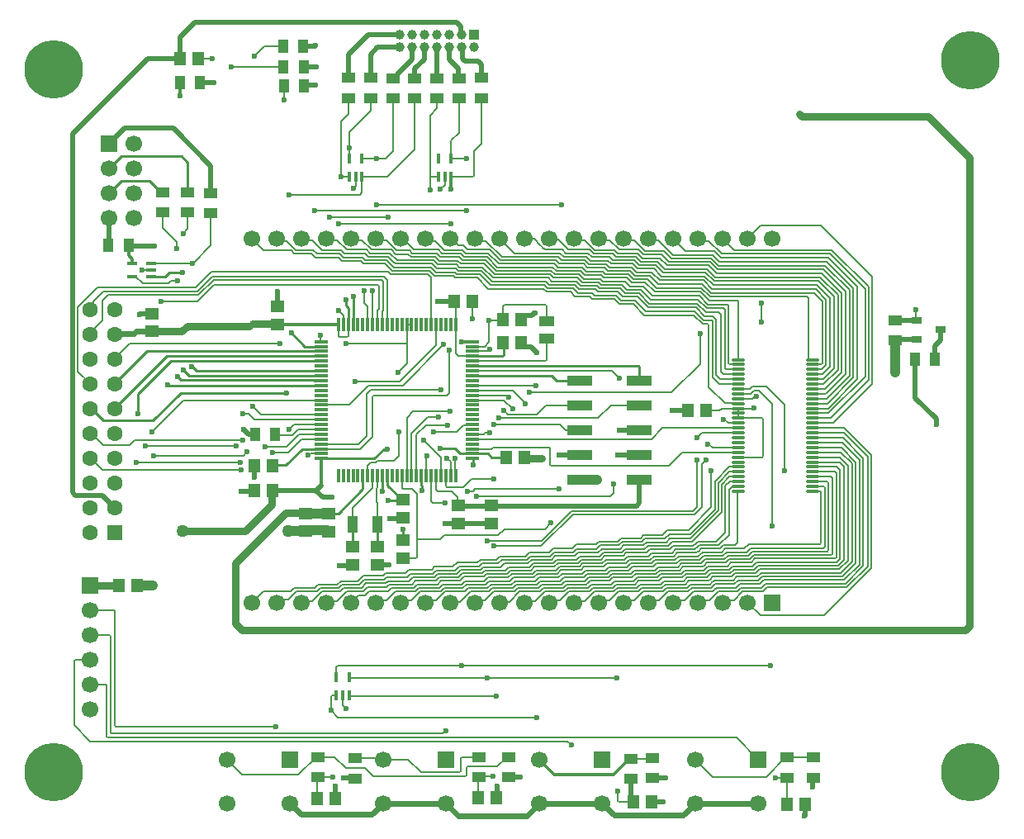
<source format=gtl>
G04*
G04 #@! TF.GenerationSoftware,Altium Limited,Altium Designer,24.4.1 (13)*
G04*
G04 Layer_Physical_Order=1*
G04 Layer_Color=255*
%FSLAX44Y44*%
%MOMM*%
G71*
G04*
G04 #@! TF.SameCoordinates,FF2F9DB4-C514-40A0-8A38-6625478132A2*
G04*
G04*
G04 #@! TF.FilePolarity,Positive*
G04*
G01*
G75*
%ADD10C,0.2000*%
%ADD11C,0.6000*%
%ADD12C,0.3000*%
%ADD13C,0.2500*%
%ADD19R,1.3500X1.0000*%
%ADD20R,1.0000X1.3500*%
%ADD21R,1.0000X0.3500*%
%ADD22R,1.4500X1.3000*%
%ADD23R,1.3000X1.4500*%
%ADD24R,0.3500X1.0000*%
%ADD25R,0.3000X1.4750*%
%ADD26R,1.4750X0.3000*%
%ADD27O,1.4000X0.3000*%
%ADD28R,1.0000X1.8000*%
%ADD29R,2.5000X1.0200*%
%ADD30R,1.0000X0.8000*%
%ADD31R,1.5000X1.0000*%
%ADD56C,0.1800*%
%ADD57C,0.5000*%
%ADD58C,0.3500*%
%ADD59C,0.2800*%
%ADD60C,0.8000*%
%ADD61C,0.2200*%
%ADD62C,1.0000*%
%ADD63C,0.7500*%
%ADD64C,1.7000*%
%ADD65R,1.7000X1.7000*%
%ADD66C,6.0000*%
%ADD67C,1.0000*%
%ADD68R,1.0000X1.0000*%
%ADD69R,1.6000X1.6000*%
%ADD70C,1.6000*%
%ADD71R,1.7000X1.7000*%
%ADD72C,0.6000*%
%ADD73C,1.2700*%
D10*
X771837Y245063D02*
G03*
X770763Y245063I-537J-11287D01*
G01*
X192750Y612000D02*
X197500Y616750D01*
Y633500D01*
X630582Y343026D02*
X634000Y346444D01*
Y355000D01*
X493250Y343026D02*
X630582D01*
X189460Y766750D02*
X189750Y766460D01*
X241770Y782850D02*
X295396D01*
X467500Y707526D02*
X475500Y715526D01*
X296250Y749026D02*
Y763540D01*
X475500Y715526D02*
Y750756D01*
X445732Y733066D02*
X453000Y740334D01*
Y750736D01*
X445732Y657120D02*
Y671090D01*
X445732Y674464D02*
Y733066D01*
X430250Y698534D02*
Y750736D01*
X401742Y670026D02*
X430250Y698534D01*
X432250Y298472D02*
Y345233D01*
X427328Y350155D02*
X432250Y345233D01*
X202000Y581750D02*
X202750D01*
X201250Y581000D02*
X202000Y581750D01*
X202750D02*
X221000Y600000D01*
X159750Y581000D02*
X201250D01*
X221000Y600000D02*
Y632980D01*
X186000Y596750D02*
Y603250D01*
X171500Y617750D02*
X186000Y603250D01*
X171500Y617750D02*
Y633750D01*
X116210Y599750D02*
X117000Y600540D01*
X177750Y560750D02*
X180500Y563500D01*
X151250Y560750D02*
X177750D01*
X180500Y563500D02*
X186750D01*
X140750Y568000D02*
X144000D01*
X151250Y560750D01*
X170400Y542566D02*
X207560D01*
X150250Y574500D02*
X159750D01*
X81000Y107750D02*
X97250Y91500D01*
X115622Y95300D02*
X759976D01*
X586526Y91500D02*
X590500Y87526D01*
X97250Y91500D02*
X586526D01*
X114450Y96472D02*
X115622Y95300D01*
X759976D02*
X782500Y72776D01*
X114450Y96472D02*
Y148828D01*
X461875Y102526D02*
X462250D01*
X119422Y99730D02*
X459078D01*
X118250Y100901D02*
X119422Y99730D01*
X459078D02*
X461875Y102526D01*
X118250Y100901D02*
Y199628D01*
X123922Y106750D02*
X288000D01*
X97500Y226200D02*
X121578D01*
X122750Y107922D02*
Y225028D01*
X121578Y226200D02*
X122750Y225028D01*
Y107922D02*
X123922Y106750D01*
X81000Y107750D02*
Y174228D01*
X489250Y501276D02*
X489380D01*
X417750Y298006D02*
X418000Y298256D01*
X97500Y150000D02*
X113278D01*
X114450Y148828D01*
X82172Y175400D02*
X97500D01*
X81000Y174228D02*
X82172Y175400D01*
X117078Y200800D02*
X118250Y199628D01*
X97500Y200800D02*
X117078D01*
X318500Y306750D02*
X318770Y306480D01*
X488750Y501776D02*
X489250Y501276D01*
X472000Y505589D02*
Y541006D01*
X471950Y489076D02*
X474750Y486276D01*
X471950Y489076D02*
Y505539D01*
X472000Y505589D01*
X474750Y486276D02*
X489380D01*
X530650Y432376D02*
X530750D01*
X521750Y441276D02*
X530650Y432376D01*
X555294Y426576D02*
X564394Y435676D01*
X522211Y430298D02*
X525933Y426576D01*
X521170Y430298D02*
X522211D01*
X525933Y426576D02*
X555294D01*
X516750Y422776D02*
X618250D01*
X489380Y446276D02*
X523870D01*
X525519Y444627D01*
X526601D01*
X489380Y441276D02*
X521750D01*
X208520Y791750D02*
X208770Y791500D01*
X222750D01*
X110865Y552885D02*
X207131D01*
X115532Y548916D02*
X208536D01*
X223896Y564276D01*
X109750Y543134D02*
X115532Y548916D01*
X207131Y552885D02*
X222322Y568076D01*
X100706Y542726D02*
X110865Y552885D01*
X207560Y542566D02*
X224298Y559304D01*
X97300Y535826D02*
Y538364D01*
X100706Y541771D02*
Y542726D01*
X97300Y538364D02*
X100706Y541771D01*
X109750Y522876D02*
Y543134D01*
X97300Y510426D02*
X109750Y522876D01*
X137950Y499026D02*
X292000D01*
X224298Y559304D02*
X392328D01*
X222322Y568076D02*
X398400D01*
X223896Y564276D02*
X396328D01*
X378500Y540776D02*
Y553504D01*
X387000Y518656D02*
Y553504D01*
X398400Y568076D02*
X402000Y564477D01*
X393500Y534526D02*
Y558133D01*
X392328Y559304D02*
X393500Y558133D01*
X396328Y564276D02*
X397500Y563104D01*
Y532869D02*
Y563104D01*
X402000Y518656D02*
Y564477D01*
X366992Y547392D02*
X367000Y547400D01*
X418172Y350155D02*
X427328D01*
X437000Y363896D02*
X437048Y363848D01*
X366750Y313776D02*
Y330488D01*
X387000Y350738D02*
Y363896D01*
X366750Y330488D02*
X387000Y350738D01*
X390910Y350634D02*
X392000Y351724D01*
X390910Y336750D02*
X392000Y335660D01*
X390910Y336750D02*
Y350634D01*
X392000Y351724D02*
Y363896D01*
Y314026D02*
Y335660D01*
X276154Y804026D02*
X295460D01*
X266154Y794026D02*
X276154Y804026D01*
X489380Y471276D02*
X632592D01*
X639788Y464080D01*
X660206Y384832D02*
X660250Y384876D01*
X730750Y427276D02*
X731250Y427776D01*
X776594Y442776D02*
X779256Y445438D01*
X774100Y452776D02*
X776362Y455038D01*
X762000Y452776D02*
X774100D01*
X774474Y447776D02*
X777936Y451238D01*
X790895Y455038D02*
X808952Y436981D01*
X779256Y445438D02*
X780338D01*
X762000Y442776D02*
X776594D01*
X762000Y447776D02*
X774474D01*
X777936Y451238D02*
X783024D01*
X797000Y437261D01*
X776362Y455038D02*
X790895D01*
X797000Y312026D02*
Y437261D01*
X344250Y123026D02*
Y137104D01*
Y123026D02*
X351430Y115846D01*
X344250Y137104D02*
X345422Y138276D01*
X351430Y115846D02*
X554952D01*
X349750Y157276D02*
Y167506D01*
X350922Y168678D02*
X478244D01*
X794728D01*
X349750Y167506D02*
X350922Y168678D01*
X504152Y156486D02*
X504279Y156613D01*
X637375D02*
X637502Y156740D01*
X504279Y156613D02*
X637375D01*
X363500Y156486D02*
X504152D01*
X362750Y157236D02*
X363500Y156486D01*
X362750Y157236D02*
Y157276D01*
X362750Y138186D02*
Y138276D01*
Y138186D02*
X363500Y137436D01*
X513804D01*
X373850Y651786D02*
X376250Y654186D01*
X301714Y651786D02*
X373850D01*
X367500Y658644D02*
X369750Y660894D01*
X376250Y654186D02*
Y670026D01*
X369750Y660894D02*
Y670026D01*
X295396Y782850D02*
X295730Y782516D01*
X456654Y657374D02*
X461000Y661720D01*
Y670276D01*
X445732Y657120D02*
X445732Y657120D01*
X446546Y670276D02*
X454500D01*
X445732Y671090D02*
X446546Y670276D01*
X445732Y671090D02*
Y674464D01*
X354800Y670328D02*
X362948D01*
X363250Y670026D01*
X355922D02*
X363250D01*
X391376Y641626D02*
X580860D01*
X327500Y635776D02*
X483062D01*
X376250Y689026D02*
X400422D01*
X376250Y670026D02*
X401742D01*
X400422Y689026D02*
X408000Y696604D01*
Y750756D01*
X467500Y689276D02*
X467644Y689132D01*
X483062D01*
X467500Y670276D02*
X489578D01*
X490750Y671448D01*
Y696776D01*
X498500Y704526D01*
X352750Y622026D02*
X467000D01*
X467250Y621776D01*
X352500Y622276D02*
X352750Y622026D01*
X342750Y629026D02*
X403250D01*
X354750Y671198D02*
Y727276D01*
X385000Y737776D02*
Y751006D01*
X363500Y700026D02*
Y716276D01*
X385000Y737776D01*
X363250Y689026D02*
X363375Y689151D01*
Y699901D01*
X498500Y704526D02*
Y751006D01*
X467500Y689276D02*
Y707526D01*
X354750Y727276D02*
X362250Y734776D01*
Y751006D01*
X296230Y763560D02*
X296250Y763540D01*
X570172Y373776D02*
X690750D01*
X569000Y374948D02*
Y391654D01*
Y374948D02*
X570172Y373776D01*
X690750D02*
X704750Y387776D01*
X483250Y64354D02*
X484422Y65526D01*
X348242Y75284D02*
X359500Y64026D01*
X330971Y75284D02*
X348242D01*
X388000Y55276D02*
X482078D01*
X379250Y64026D02*
X388000Y55276D01*
X310963Y57026D02*
X329221Y75284D01*
X330971D01*
X514980Y65526D02*
X524500Y75046D01*
X359500Y64026D02*
X379250D01*
X483250Y56448D02*
Y64354D01*
X253250Y57026D02*
X310963D01*
X484422Y65526D02*
X514980D01*
X482078Y55276D02*
X483250Y56448D01*
X345422Y138276D02*
X349750D01*
X330482Y54254D02*
X331003Y54776D01*
X346000D01*
X390260Y377226D02*
X392310Y379276D01*
X385450Y377226D02*
X390260D01*
X382000Y373776D02*
X385450Y377226D01*
X359500Y499026D02*
X421500D01*
X422011Y479037D02*
Y499026D01*
X421500D02*
X422011Y499537D01*
Y499026D02*
Y518645D01*
X413000Y470026D02*
X422011Y479037D01*
X382700Y456226D02*
X417950D01*
X414500Y460026D02*
X452000Y497526D01*
X368750Y460026D02*
X414500D01*
X417950Y456226D02*
X459750Y498026D01*
X362750Y436276D02*
X382700Y456226D01*
X381000Y447776D02*
X384750Y451526D01*
X457250D01*
X452000Y497526D02*
Y518656D01*
X387672Y445526D02*
X462750D01*
X386500Y444354D02*
X387672Y445526D01*
X374000Y391276D02*
X386500Y403776D01*
Y444354D01*
X381000Y404526D02*
Y447776D01*
X334620Y436276D02*
X362750D01*
X334620Y391276D02*
X374000D01*
X462750Y445526D02*
X465798Y448574D01*
Y492782D01*
X473000Y408776D02*
X480000Y415776D01*
X449250Y408776D02*
X473000D01*
X122700Y485026D02*
X123950D01*
X488880Y415776D02*
X489380Y416276D01*
X480000Y415776D02*
X488880D01*
X422000Y363896D02*
Y423183D01*
X408500Y379276D02*
X413750Y384526D01*
Y409026D01*
X392310Y379276D02*
X408500D01*
X382000Y363896D02*
Y373776D01*
X684310Y412776D02*
X762000D01*
X672810Y401276D02*
X684310Y412776D01*
X489380Y401276D02*
X672810D01*
X509000Y391276D02*
X510550Y392826D01*
X567828D01*
X569000Y391654D01*
X110626Y395500D02*
X138138D01*
X142710Y400072D02*
X253962D01*
X138138Y395500D02*
X142710Y400072D01*
X397000Y518656D02*
Y532369D01*
X397500Y532869D01*
X123950Y485026D02*
X137950Y499026D01*
X109884Y369592D02*
X252184D01*
X97300Y408826D02*
X110626Y395500D01*
X97300Y382176D02*
X109884Y369592D01*
X360828Y505776D02*
X362000Y506948D01*
X353172Y505776D02*
X360828D01*
X352000Y506948D02*
X353172Y505776D01*
X362000Y506948D02*
Y518656D01*
X352000Y506948D02*
Y518656D01*
X944000Y523526D02*
Y533776D01*
Y523526D02*
X944500Y523026D01*
X942250D02*
X942250Y523026D01*
X941500Y522276D02*
X942250Y523026D01*
X351920Y518736D02*
X352000Y518656D01*
X362000D02*
X362000Y518656D01*
X489380Y481276D02*
X564194D01*
X565366Y482448D01*
Y505952D01*
X489380Y406276D02*
X501000D01*
X502250Y407526D02*
X507000D01*
X501000Y406276D02*
X502250Y407526D01*
X489380Y406276D02*
X489380Y406276D01*
X333750Y501276D02*
X334620D01*
X333250Y501776D02*
X333750Y501276D01*
X333250Y501776D02*
Y508026D01*
X334250Y501646D02*
X334620Y501276D01*
X515672Y302790D02*
X521956Y309074D01*
X460900Y302790D02*
X515672D01*
X521956Y309074D02*
X563522D01*
X654638Y410276D02*
X656638Y412276D01*
X659444Y409470D01*
X660250Y410276D01*
X796700Y606576D02*
X797000Y606276D01*
X796700Y606576D02*
Y606776D01*
X254000Y427276D02*
X260032D01*
X266032Y421276D01*
X356250Y128276D02*
X359750Y124776D01*
X356250Y128276D02*
Y138276D01*
X442000Y363896D02*
X442250Y364146D01*
Y384276D01*
X442500Y384526D01*
X432000Y405776D02*
X442000Y415776D01*
X427000Y407276D02*
X443250Y423526D01*
X432000Y363896D02*
Y405776D01*
X427000Y363896D02*
Y407276D01*
X422000Y423183D02*
X428593Y429776D01*
X838500Y54026D02*
X838750Y54276D01*
X514020Y33526D02*
X514750Y34256D01*
X526250Y54506D02*
X526270Y54526D01*
X368980Y53526D02*
X369000Y53506D01*
X349000Y32447D02*
X349022Y32426D01*
X366020Y271776D02*
X366750Y272506D01*
X391500D02*
X391520Y272526D01*
X418000Y308276D02*
Y308401D01*
X417750Y298006D02*
X418046Y297710D01*
X417270Y320026D02*
X417750Y320506D01*
X489380Y491276D02*
X505578D01*
X507328Y493026D01*
X489250Y542256D02*
X489270Y542276D01*
X489250Y524776D02*
Y542256D01*
X289250Y537276D02*
X289500Y537526D01*
X352500Y532776D02*
X357000Y528276D01*
Y518656D02*
Y528276D01*
X751485Y417776D02*
X762000D01*
X747735Y421526D02*
X751485Y417776D01*
X746750Y421526D02*
X747735D01*
X323332Y386276D02*
X334620D01*
X321832Y384776D02*
X323332Y386276D01*
X320750Y384776D02*
X321832D01*
X265480Y374026D02*
X266000Y373506D01*
X501750Y496276D02*
X506438Y500964D01*
Y522754D01*
X489380Y496276D02*
X501750D01*
X144750Y377276D02*
X250978D01*
X251168Y377466D01*
X160490Y408454D02*
X193312Y441276D01*
X334620D01*
X264122Y434616D02*
X272462Y426276D01*
X334620D01*
X266032Y421276D02*
X334620D01*
X564394Y435676D02*
X600000D01*
X516250Y423276D02*
X516750Y422776D01*
X618250D02*
X631150Y435676D01*
X639788Y463572D02*
Y464080D01*
X520798Y524238D02*
Y537584D01*
X565620Y519706D02*
Y537584D01*
X520798D02*
X521970Y538756D01*
X564448D01*
X565620Y537584D01*
X565366Y505952D02*
X565620Y506206D01*
X506438Y522754D02*
X519314D01*
X520798Y524238D01*
X728500Y430526D02*
X742500D01*
X762000Y382776D02*
X786078D01*
X787250Y383948D02*
Y421604D01*
X786078Y382776D02*
X787250Y383948D01*
X762000Y422776D02*
Y427776D01*
X742500Y430526D02*
X744750Y432776D01*
X762000Y422776D02*
X786078D01*
X787250Y421604D01*
X762000Y427776D02*
Y432776D01*
X744750D02*
X762000D01*
X778000D01*
X778250Y433026D01*
X470730Y542276D02*
X472000Y541006D01*
X439250Y400526D02*
X439250D01*
X457000Y363896D02*
Y382776D01*
X439250Y400526D02*
X457000Y382776D01*
X471894Y364002D02*
Y381530D01*
Y364002D02*
X472000Y363896D01*
X289082Y405194D02*
X304296D01*
X310378Y411276D02*
X334620D01*
X304296Y405194D02*
X310378Y411276D01*
X287854Y406422D02*
X289082Y405194D01*
X306488Y416276D02*
X334620D01*
X301206Y410994D02*
X306488Y416276D01*
X334620Y426276D02*
X334620Y426276D01*
X463301Y381530D02*
X467000Y377831D01*
Y363896D02*
Y377831D01*
X463258Y381530D02*
X463301D01*
X392000Y533026D02*
X393500Y534526D01*
X784582Y220494D02*
X849846D01*
X771300Y233776D02*
X784582Y220494D01*
X849846D02*
X898500Y269148D01*
X432250Y280342D02*
Y298472D01*
X418046Y279170D02*
X431078D01*
X432250Y280342D01*
X563522Y309074D02*
X569938Y315490D01*
X808952Y368576D02*
Y436981D01*
X732000Y235857D02*
X738913Y242770D01*
X737226Y246570D02*
X737339D01*
X735732Y245076D02*
X737226Y246570D01*
X737339D02*
X739821Y249052D01*
X759532D01*
X738913Y242770D02*
X741219Y245076D01*
X760929D01*
X764796Y248942D01*
X757400Y236173D02*
X766291Y245063D01*
X784102Y252886D02*
X788220Y257004D01*
X764796Y248942D02*
X785532D01*
X789596Y253006D01*
X759532Y249052D02*
X763366Y252886D01*
X784102D01*
X766291Y245063D02*
X770763D01*
X748296Y236173D02*
X757400D01*
X745900Y233776D02*
X748296Y236173D01*
X715819Y245076D02*
X735732D01*
X706600Y235857D02*
X715819Y245076D01*
X722729Y235857D02*
X732000D01*
X791160Y249196D02*
X873174D01*
X787027Y245063D02*
X791160Y249196D01*
X771837Y245063D02*
X787027D01*
X788220Y257004D02*
X870234D01*
X789596Y253006D02*
X871610D01*
X697181Y235857D02*
X706600D01*
X871610Y253006D02*
X889773Y271169D01*
X870234Y257004D02*
X885973Y272743D01*
X873174Y249196D02*
X894500Y270522D01*
X869211Y402585D02*
X889773Y382023D01*
X885973Y272743D02*
Y380166D01*
X894500Y270522D02*
Y382952D01*
X898500Y269148D02*
Y384609D01*
X889773Y271169D02*
Y382023D01*
X869868Y407585D02*
X894500Y382952D01*
X720574Y233702D02*
X722729Y235857D01*
X695100Y233776D02*
X697181Y235857D01*
X720500Y233776D02*
X720574Y233702D01*
X868363Y397776D02*
X885973Y380166D01*
X456582Y298472D02*
X460900Y302790D01*
X432250Y298472D02*
X456582D01*
X391500Y291046D02*
X391750Y291296D01*
X598178Y357654D02*
X599500Y358976D01*
X467000Y363896D02*
X467000Y363896D01*
X638500Y30448D02*
Y40276D01*
X652500Y29026D02*
X654230D01*
X652250Y29276D02*
X652500Y29026D01*
X638500Y30448D02*
X639672Y29276D01*
X652250D01*
X524500Y75046D02*
X526250D01*
X237500Y72776D02*
X253250Y57026D01*
X704750Y387776D02*
X762000D01*
X585000Y410276D02*
X599750D01*
X511250Y416276D02*
X579000D01*
X585000Y410276D01*
X511000Y416026D02*
X511250Y416276D01*
X735278Y392776D02*
X762000D01*
X731778Y396276D02*
X735278Y392776D01*
X731000Y396276D02*
X731778D01*
X724750Y407776D02*
X762000D01*
X720000Y403026D02*
X724750Y407776D01*
X811250Y54276D02*
X811750Y53776D01*
X488265Y360526D02*
X511000D01*
X462000Y353448D02*
X463172Y352276D01*
X462000Y353448D02*
Y363896D01*
X463172Y352276D02*
X480015D01*
X488265Y360526D01*
X554000Y456276D02*
X554250Y456026D01*
X489380Y456276D02*
X554000D01*
X392000Y518656D02*
Y533026D01*
X453500Y347776D02*
X468120D01*
X452000Y349276D02*
Y363896D01*
Y349276D02*
X453500Y347776D01*
X468120D02*
X474002Y341894D01*
Y334314D02*
Y341894D01*
Y334314D02*
X474750Y333566D01*
X484250Y348026D02*
X489765D01*
X492015Y350276D02*
X578000D01*
X489765Y348026D02*
X492015Y350276D01*
X489380Y391276D02*
X509000D01*
X489380Y451276D02*
X530778D01*
X543750Y438304D01*
Y437526D02*
Y438304D01*
X442000Y415776D02*
X463250D01*
X443250Y423526D02*
X454250D01*
X800000Y54276D02*
X811250D01*
X693250Y449026D02*
X722750Y478526D01*
Y509026D01*
X785500Y521526D02*
Y540776D01*
X785750Y541026D01*
X459750Y498026D02*
X460000D01*
X464000Y415776D02*
X464250D01*
X463250Y416526D02*
X464000Y415776D01*
X428593Y429776D02*
X466500D01*
X496250Y55276D02*
X510750D01*
X495750Y54776D02*
X496250Y55276D01*
X811750Y53776D02*
X812250Y54276D01*
X548000Y449026D02*
X693250D01*
X448500Y335776D02*
X461500D01*
X447000Y337276D02*
X448500Y335776D01*
X422000Y518656D02*
X422011Y518645D01*
X422500Y518656D02*
X427000D01*
X812250Y27296D02*
Y53776D01*
X811730Y26776D02*
X812250Y27296D01*
X790428Y54744D02*
X810500Y74816D01*
X735532Y54744D02*
X790428D01*
X810500Y74816D02*
X812250D01*
X495480Y33526D02*
Y54506D01*
X495750Y54776D01*
X436500Y59776D02*
X476078D01*
X477250Y60948D01*
Y74112D02*
X478422Y75284D01*
X477250Y60948D02*
Y74112D01*
X478422Y75284D02*
X491700D01*
X330482Y32426D02*
Y54254D01*
X237500Y72776D02*
X237500D01*
X447000Y337276D02*
Y363896D01*
X631150Y435676D02*
X660500D01*
X417000Y351326D02*
X418172Y350155D01*
X417000Y351326D02*
Y363896D01*
X382000Y518656D02*
Y537276D01*
X378500Y540776D02*
X382000Y537276D01*
X377750Y401276D02*
X381000Y404526D01*
X812250Y74816D02*
X838750D01*
X397500Y72776D02*
X423500D01*
X436500Y59776D01*
X369000Y74046D02*
X369230Y74276D01*
X396000D01*
X717500Y72776D02*
X735532Y54744D01*
X838750Y74816D02*
X838750Y74816D01*
X652250Y73816D02*
X674000D01*
X674250Y74066D01*
X366750Y291046D02*
X366750Y291046D01*
X391750Y313776D02*
X392000Y314026D01*
X870524Y412585D02*
X898500Y384609D01*
X838191Y402585D02*
X869211D01*
X838000Y397776D02*
X868363D01*
X838191Y407585D02*
X869868D01*
X838191Y412585D02*
X870524D01*
X838000Y402776D02*
X838191Y402585D01*
X838000Y412776D02*
X838191Y412585D01*
X838000Y407776D02*
X838191Y407585D01*
D11*
X302500Y27776D02*
X313750Y16526D01*
X386250D01*
X397500Y27776D01*
X717500D02*
X782500D01*
X705500Y15776D02*
X717500Y27776D01*
X397500D02*
X462500D01*
X475250Y15026D01*
X544750D01*
X557500Y27776D01*
X622500D02*
X634500Y15776D01*
X705500D01*
X557500Y27776D02*
X622500D01*
X142340Y509176D02*
X144742Y511578D01*
X122700Y509176D02*
X142340D01*
X144742Y511578D02*
X160744D01*
X261105Y517131D02*
X263815Y519841D01*
D12*
X478026Y501276D02*
X489250D01*
X478000Y501250D02*
X478026Y501276D01*
X334734Y353760D02*
Y381276D01*
X467375Y670151D02*
X467500Y670276D01*
X467375Y657651D02*
Y670151D01*
X467250Y657526D02*
X467375Y657651D01*
X289250Y518736D02*
X351920D01*
X650500Y73816D02*
X652250D01*
X633960Y57276D02*
X650500Y73816D01*
X573000Y57276D02*
X633960D01*
X557500Y72776D02*
X573000Y57276D01*
D13*
X201550Y475500D02*
X202197D01*
X178750Y572500D02*
X192000D01*
X174250Y568000D02*
X178750Y572500D01*
X159750Y568000D02*
X174250D01*
X190274Y461726D02*
X327063D01*
X187000Y465000D02*
X190274Y461726D01*
X327063D02*
X327263Y461526D01*
X334370D02*
X334620Y461276D01*
X327263Y461526D02*
X334370D01*
X177224Y456526D02*
X334370D01*
X334620Y456276D01*
X176750Y457000D02*
X177224Y456526D01*
X193250Y471866D02*
X198840Y466276D01*
X334620D01*
X193250Y471866D02*
Y472000D01*
X206421Y471276D02*
X334620D01*
X146012Y447288D02*
X180274Y481550D01*
X302680D01*
X202197Y475500D02*
X206421Y471276D01*
X302680Y481550D02*
X302954Y481276D01*
X318500Y325290D02*
X318770Y325020D01*
X341750D02*
X352020D01*
X377000Y350000D01*
Y363896D01*
X334620Y471276D02*
X334620Y471276D01*
X366996Y518660D02*
Y547388D01*
X366992Y547392D02*
X366996Y547388D01*
Y518660D02*
X367000Y518656D01*
X303600Y510200D02*
X317524Y496276D01*
X334620D01*
X302954Y481276D02*
X334620D01*
X176000Y486276D02*
X334620D01*
X122700Y432976D02*
X176000Y486276D01*
X122700Y458376D02*
X155600Y491276D01*
X334620D01*
X396964Y347494D02*
X396982Y347512D01*
Y363878D02*
X397000Y363896D01*
X388582Y381276D02*
X398347Y391041D01*
X334734Y381276D02*
X388582D01*
X398347Y391041D02*
X401903D01*
X402044Y391182D01*
X111250Y420276D02*
X162000D01*
X190250Y448526D01*
X298500D01*
X97300Y434226D02*
X111250Y420276D01*
X146012Y426996D02*
Y447288D01*
X359500Y538026D02*
X362000Y535526D01*
Y518656D02*
Y535526D01*
X359500Y538026D02*
Y543776D01*
X489750Y375026D02*
Y380906D01*
X489380Y381276D02*
X489750Y380906D01*
X418000Y298256D02*
Y308276D01*
X489380Y486276D02*
X519584D01*
X521048Y487741D01*
Y499988D01*
X334620Y381276D02*
X334734D01*
X471696Y391380D02*
X476800Y386276D01*
X456654Y391380D02*
X471696D01*
X476800Y386276D02*
X489380D01*
X284412Y374418D02*
X298090D01*
X314948Y391276D01*
X334620D01*
X391750Y291296D02*
Y313776D01*
X366750Y291046D02*
Y313776D01*
D19*
X197500Y654040D02*
D03*
Y633500D02*
D03*
X221000Y632980D02*
D03*
Y653520D02*
D03*
X171500Y633750D02*
D03*
Y654290D02*
D03*
X408000Y771296D02*
D03*
Y750756D02*
D03*
X430250Y771276D02*
D03*
Y750736D02*
D03*
X453000Y771276D02*
D03*
Y750736D02*
D03*
X475500Y771296D02*
D03*
Y750756D02*
D03*
X362250Y751006D02*
D03*
Y771546D02*
D03*
X498500Y751006D02*
D03*
Y771546D02*
D03*
X385000Y751006D02*
D03*
Y771546D02*
D03*
X922750Y502776D02*
D03*
Y523316D02*
D03*
X838750Y74816D02*
D03*
Y54276D02*
D03*
X674250Y74066D02*
D03*
Y53526D02*
D03*
X812250Y54276D02*
D03*
Y74816D02*
D03*
X652250Y53276D02*
D03*
Y73816D02*
D03*
X369000Y74046D02*
D03*
Y53506D02*
D03*
X526250Y75046D02*
D03*
Y54506D02*
D03*
X495750Y54776D02*
D03*
Y75316D02*
D03*
X330971Y54744D02*
D03*
Y75284D02*
D03*
D20*
X116210Y599750D02*
D03*
X136750D02*
D03*
X295460Y804026D02*
D03*
X316000D02*
D03*
X295730Y782516D02*
D03*
X316270D02*
D03*
X316770Y763560D02*
D03*
X296230D02*
D03*
X287346Y406422D02*
D03*
X266806D02*
D03*
X210000Y766750D02*
D03*
X189460D02*
D03*
X963770Y483276D02*
D03*
X943230D02*
D03*
D21*
X140750Y568000D02*
D03*
Y581000D02*
D03*
X159750D02*
D03*
Y574500D02*
D03*
Y568000D02*
D03*
D22*
X341750Y306480D02*
D03*
Y325020D02*
D03*
X160744Y530118D02*
D03*
Y511578D02*
D03*
X418046Y279170D02*
D03*
Y297710D02*
D03*
X366750Y291046D02*
D03*
Y272506D02*
D03*
X391500Y291046D02*
D03*
Y272506D02*
D03*
X318500Y325290D02*
D03*
Y306750D02*
D03*
X508500Y333296D02*
D03*
Y314756D02*
D03*
X474750Y333566D02*
D03*
Y315026D02*
D03*
X417750Y339046D02*
D03*
Y320506D02*
D03*
X289250Y518736D02*
D03*
Y537276D02*
D03*
D23*
X189980Y791750D02*
D03*
X208520D02*
D03*
X145500Y251500D02*
D03*
X126960D02*
D03*
X521000Y500026D02*
D03*
X539540D02*
D03*
X284020Y374026D02*
D03*
X265480D02*
D03*
X520798Y524238D02*
D03*
X539338D02*
D03*
X284020Y348526D02*
D03*
X265480D02*
D03*
X470730Y542276D02*
D03*
X489270D02*
D03*
X523710Y382776D02*
D03*
X542250D02*
D03*
X728500Y430526D02*
D03*
X709960D02*
D03*
X654230Y29026D02*
D03*
X672770D02*
D03*
X811730Y26776D02*
D03*
X830270D02*
D03*
X495480Y33526D02*
D03*
X514020D02*
D03*
X330482Y32426D02*
D03*
X349022D02*
D03*
D24*
X376250Y670026D02*
D03*
Y689026D02*
D03*
X454500Y670276D02*
D03*
X461000D02*
D03*
X467500D02*
D03*
Y689276D02*
D03*
X454500D02*
D03*
X363250Y670026D02*
D03*
X369750D02*
D03*
X363250Y689026D02*
D03*
X349750Y138276D02*
D03*
X356250D02*
D03*
X362750D02*
D03*
Y157276D02*
D03*
X349750D02*
D03*
D25*
X352000Y363896D02*
D03*
X357000D02*
D03*
X362000D02*
D03*
X367000D02*
D03*
X372000D02*
D03*
X377000D02*
D03*
X382000D02*
D03*
X387000D02*
D03*
X392000D02*
D03*
X397000D02*
D03*
X402000D02*
D03*
X407000D02*
D03*
X412000D02*
D03*
X417000D02*
D03*
X422000D02*
D03*
X427000D02*
D03*
X432000D02*
D03*
X437000D02*
D03*
X442000D02*
D03*
X447000D02*
D03*
X452000D02*
D03*
X457000D02*
D03*
X462000D02*
D03*
X467000D02*
D03*
X472000Y518656D02*
D03*
X467000D02*
D03*
X462000D02*
D03*
X457000D02*
D03*
X452000D02*
D03*
X447000D02*
D03*
X442000D02*
D03*
X437000D02*
D03*
X432000D02*
D03*
X427000D02*
D03*
X422000D02*
D03*
X417000D02*
D03*
X412000D02*
D03*
X407000D02*
D03*
X402000D02*
D03*
X397000D02*
D03*
X392000D02*
D03*
X387000D02*
D03*
X382000D02*
D03*
X377000D02*
D03*
X372000D02*
D03*
X367000D02*
D03*
X362000D02*
D03*
X357000D02*
D03*
X352000D02*
D03*
X472000Y363896D02*
D03*
D26*
X489380Y381276D02*
D03*
Y386276D02*
D03*
Y391276D02*
D03*
Y396276D02*
D03*
Y401276D02*
D03*
Y406276D02*
D03*
Y411276D02*
D03*
Y416276D02*
D03*
Y421276D02*
D03*
Y426276D02*
D03*
Y431276D02*
D03*
Y436276D02*
D03*
Y441276D02*
D03*
Y446276D02*
D03*
Y451276D02*
D03*
Y456276D02*
D03*
Y461276D02*
D03*
Y466276D02*
D03*
Y471276D02*
D03*
Y476276D02*
D03*
Y481276D02*
D03*
Y486276D02*
D03*
Y491276D02*
D03*
Y496276D02*
D03*
Y501276D02*
D03*
X334620D02*
D03*
Y496276D02*
D03*
Y491276D02*
D03*
Y486276D02*
D03*
Y481276D02*
D03*
Y476276D02*
D03*
Y471276D02*
D03*
Y466276D02*
D03*
Y461276D02*
D03*
Y456276D02*
D03*
Y451276D02*
D03*
Y446276D02*
D03*
Y441276D02*
D03*
Y436276D02*
D03*
Y431276D02*
D03*
Y426276D02*
D03*
Y421276D02*
D03*
Y416276D02*
D03*
Y411276D02*
D03*
Y406276D02*
D03*
Y401276D02*
D03*
Y396276D02*
D03*
Y391276D02*
D03*
Y386276D02*
D03*
Y381276D02*
D03*
D27*
X838000Y347776D02*
D03*
Y352776D02*
D03*
Y357776D02*
D03*
Y362776D02*
D03*
Y367776D02*
D03*
Y372776D02*
D03*
Y377776D02*
D03*
Y382776D02*
D03*
Y387776D02*
D03*
Y392776D02*
D03*
Y397776D02*
D03*
Y402776D02*
D03*
Y407776D02*
D03*
Y412776D02*
D03*
Y417776D02*
D03*
Y422776D02*
D03*
Y427776D02*
D03*
Y432776D02*
D03*
Y437776D02*
D03*
Y442776D02*
D03*
Y447776D02*
D03*
Y452776D02*
D03*
Y457776D02*
D03*
Y462776D02*
D03*
Y467776D02*
D03*
Y472776D02*
D03*
Y477776D02*
D03*
Y482776D02*
D03*
X762000Y347776D02*
D03*
Y352776D02*
D03*
Y357776D02*
D03*
Y362776D02*
D03*
Y367776D02*
D03*
Y372776D02*
D03*
Y377776D02*
D03*
Y382776D02*
D03*
Y387776D02*
D03*
Y392776D02*
D03*
Y397776D02*
D03*
Y402776D02*
D03*
Y407776D02*
D03*
Y412776D02*
D03*
Y417776D02*
D03*
Y422776D02*
D03*
Y427776D02*
D03*
Y432776D02*
D03*
Y437776D02*
D03*
Y442776D02*
D03*
Y447776D02*
D03*
Y452776D02*
D03*
Y457776D02*
D03*
Y462776D02*
D03*
Y467776D02*
D03*
Y472776D02*
D03*
Y477776D02*
D03*
Y482776D02*
D03*
D28*
X366750Y313776D02*
D03*
X391750D02*
D03*
D29*
X660250Y461076D02*
D03*
Y435676D02*
D03*
Y410276D02*
D03*
Y384876D02*
D03*
Y359476D02*
D03*
X599750Y461076D02*
D03*
Y435676D02*
D03*
Y410276D02*
D03*
Y384876D02*
D03*
Y359476D02*
D03*
D30*
X944500Y503526D02*
D03*
Y523026D02*
D03*
X969500Y513276D02*
D03*
D31*
X565620Y503956D02*
D03*
Y521956D02*
D03*
D56*
X91157Y543337D02*
G03*
X88539Y540719I6143J-8761D01*
G01*
X559018Y600222D02*
G03*
X561546Y597694I9082J6554D01*
G01*
X84700Y470700D02*
X97024Y458376D01*
X84700Y470700D02*
Y536880D01*
X88539Y540719D01*
X97024Y458376D02*
X97300D01*
X91157Y543337D02*
X104610Y556790D01*
X205448D02*
X221958Y573300D01*
X104610Y556790D02*
X205448D01*
X221958Y573300D02*
X402530D01*
X405632Y570198D01*
X443687D01*
X447000Y566885D01*
X892000Y465276D02*
Y555276D01*
X859500Y417776D02*
X899200Y457476D01*
X847000Y620276D02*
X899200Y568076D01*
X854500Y427776D02*
X892000Y465276D01*
X856000Y591276D02*
X892000Y555276D01*
X899200Y457476D02*
Y568076D01*
X857657Y595276D02*
X895600Y557333D01*
X856500Y422776D02*
X895600Y461876D01*
Y557333D01*
X441100Y606776D02*
X443227Y604649D01*
X451213D01*
X458134Y591632D02*
X477692D01*
X454368Y595398D02*
X458134Y591632D01*
X429233Y595398D02*
X454368D01*
X451213Y604649D02*
X460630Y595232D01*
X479183D02*
X482519Y591896D01*
X460630Y595232D02*
X479183D01*
X448161Y580998D02*
X452811Y576348D01*
X447000Y518656D02*
Y566885D01*
X451143Y588198D02*
X455119Y584222D01*
X410365Y580998D02*
X448161D01*
X426251Y588198D02*
X451143D01*
X449652Y584598D02*
X453838Y580412D01*
X446669Y577398D02*
X451783Y572284D01*
X411856Y584598D02*
X449652D01*
X407123Y573798D02*
X445178D01*
X408614Y577398D02*
X446669D01*
X445178Y573798D02*
X450503Y568474D01*
X846059Y567276D02*
X864000Y549335D01*
Y472276D02*
Y549335D01*
X839432Y551276D02*
X848000Y542708D01*
X739504Y571276D02*
X847716D01*
X832328Y547276D02*
X833500Y546104D01*
X743869Y587276D02*
X854343D01*
X860000Y473933D02*
Y547678D01*
X872000Y467903D02*
Y552649D01*
X736231Y559276D02*
X842745D01*
X838000Y432776D02*
X853843D01*
X723957Y556276D02*
X732957Y547276D01*
X838000Y417776D02*
X859500D01*
X847716Y571276D02*
X868000Y550992D01*
X880000Y464590D02*
Y555962D01*
X844402Y563276D02*
X860000Y547678D01*
X868000Y469560D02*
Y550992D01*
X841088Y555276D02*
X852000Y544365D01*
X742778Y583276D02*
X852686D01*
X838000Y442776D02*
X852530D01*
X734048Y551276D02*
X839432D01*
X852686Y583276D02*
X880000Y555962D01*
X853843Y432776D02*
X884000Y462933D01*
X738413Y567276D02*
X846059D01*
X852000Y477247D02*
Y544365D01*
X744960Y591276D02*
X856000D01*
X838000Y427776D02*
X854500D01*
X852530Y442776D02*
X876000Y466246D01*
X740595Y575276D02*
X849373D01*
X848000Y479139D02*
Y542708D01*
X737322Y563276D02*
X844402D01*
X851030Y579276D02*
X876000Y554305D01*
X854343Y587276D02*
X884000Y557619D01*
Y462933D02*
Y557619D01*
X732957Y547276D02*
X832328D01*
X833500Y483238D02*
Y546104D01*
X735139Y555276D02*
X841088D01*
X842745Y559276D02*
X856000Y546021D01*
Y475590D02*
Y546021D01*
X838000Y422776D02*
X856500D01*
X849373Y575276D02*
X872000Y552649D01*
X876000Y466246D02*
Y554305D01*
X757400Y595276D02*
X857657D01*
X771300Y606776D02*
X784800Y620276D01*
X847000D01*
X154140Y393976D02*
X247450D01*
X560553Y297226D02*
X590745Y327419D01*
X504950Y297226D02*
X560553D01*
X559944Y291526D02*
X592237Y323819D01*
X511250Y291526D02*
X559944D01*
X504250Y296526D02*
X504950Y297226D01*
X716951Y323819D02*
X725000Y331868D01*
X659734Y327428D02*
X715226D01*
X659725Y327419D02*
X659734Y327428D01*
X715226D02*
X719750Y331952D01*
X592237Y323819D02*
X716951D01*
X590745Y327419D02*
X659725D01*
X313724Y401276D02*
X334620D01*
X300075Y387626D02*
X313724Y401276D01*
X284188Y387626D02*
X300075D01*
X254470Y384324D02*
X258280Y388134D01*
X162522Y384324D02*
X254470D01*
X276822Y393722D02*
X298920D01*
X311474Y406276D02*
X334620D01*
X298920Y393722D02*
X311474Y406276D01*
X334620Y396276D02*
X372750D01*
X377750Y401276D01*
X450503Y568474D02*
X469806D01*
X471584Y566696D01*
X494500D01*
X505676Y555520D01*
X451783Y572284D02*
X471087D01*
X473075Y570296D02*
X496742D01*
X471087Y572284D02*
X473075Y570296D01*
X496742D02*
X507708Y559330D01*
X452811Y576348D02*
X472114D01*
X474567Y573896D02*
X498233D01*
X472114Y576348D02*
X474567Y573896D01*
X498233D02*
X509199Y562930D01*
X453838Y580412D02*
X473142D01*
X476058Y577496D02*
X499724D01*
X473142Y580412D02*
X476058Y577496D01*
X499724D02*
X510524Y566696D01*
X455119Y584222D02*
X474423D01*
X477549Y581096D02*
X501216D01*
X474423Y584222D02*
X477549Y581096D01*
X501216D02*
X512015Y570296D01*
X399747Y581174D02*
X407123Y573798D01*
X401236Y584776D02*
X408614Y577398D01*
X407897Y583206D02*
X408157D01*
X402727Y588376D02*
X407897Y583206D01*
X408157D02*
X410365Y580998D01*
X405970Y595576D02*
X410720Y590826D01*
X423623D01*
X426251Y588198D01*
X404478Y591976D02*
X411856Y584598D01*
X384170Y591976D02*
X404478D01*
X385661Y595576D02*
X405970D01*
X401500Y605137D02*
X411747Y594890D01*
X424650D02*
X427742Y591798D01*
X411747Y594890D02*
X424650D01*
X427742Y591798D02*
X452634D01*
X456400Y588032D01*
X355805Y583714D02*
X374971D01*
X377511Y581174D02*
X399747D01*
X374971Y583714D02*
X377511Y581174D01*
X376462Y587314D02*
X379000Y584776D01*
X401236D01*
X382678Y588376D02*
X402727D01*
X379212Y591842D02*
X382678Y588376D01*
X357859Y591842D02*
X379212D01*
X357296Y587314D02*
X376462D01*
X351785Y587734D02*
X355805Y583714D01*
X324607Y591544D02*
X328417Y587734D01*
X351785D01*
X306827Y591544D02*
X324607D01*
X303544Y594827D02*
X306827Y591544D01*
X298920Y594890D02*
X298983Y594827D01*
X303544D01*
X275186Y594890D02*
X298920D01*
X263300Y606776D02*
X275186Y594890D01*
X350736Y252244D02*
X354292Y255800D01*
X371553D01*
X327368Y248688D02*
X330924Y252244D01*
X350736D01*
X353650Y244976D02*
X357274Y248600D01*
X355783Y252200D02*
X373610D01*
X357274Y248600D02*
X375667D01*
X352159Y248576D02*
X355783Y252200D01*
X334861Y244976D02*
X353650D01*
X333370Y248576D02*
X352159D01*
X373610Y252200D02*
X378796Y257386D01*
X308924Y244976D02*
X329770D01*
X375667Y248600D02*
X380453Y253386D01*
X315739Y235415D02*
X325300D01*
X329770Y244976D02*
X333370Y248576D01*
X325300Y235415D02*
X334861Y244976D01*
X306286Y248688D02*
X327368D01*
X303238Y245640D02*
X306286Y248688D01*
X291608Y236684D02*
X300632D01*
X308924Y244976D01*
X275164Y245640D02*
X303238D01*
X263300Y233776D02*
X275164Y245640D01*
X288700Y233776D02*
X291608Y236684D01*
X360261Y244976D02*
X377700D01*
X350700Y235415D02*
X360261Y244976D01*
X341139Y235415D02*
X350700D01*
X339500Y233776D02*
X341139Y235415D01*
X371553Y255800D02*
X377140Y261386D01*
X377700Y244976D02*
X382110Y249386D01*
X380453Y253386D02*
X400131D01*
X382110Y249386D02*
X401222D01*
X314100Y233776D02*
X315739Y235415D01*
X379438Y241322D02*
X383502Y245386D01*
X364900Y233776D02*
X372446Y241322D01*
X379438D01*
X752000Y479022D02*
Y538104D01*
X753055Y477967D02*
X761809D01*
X752000Y479022D02*
X753055Y477967D01*
X748000Y474232D02*
Y534104D01*
X749227Y473006D02*
X761770D01*
X748000Y474232D02*
X749227Y473006D01*
X744182Y470176D02*
X746352Y468006D01*
X744182Y470176D02*
Y528596D01*
X746352Y468006D02*
X761770D01*
X739356Y466874D02*
Y524024D01*
X743224Y463006D02*
X761770D01*
X739356Y466874D02*
X743224Y463006D01*
X716319Y528276D02*
X725319Y519276D01*
X665716Y528276D02*
X716319D01*
X670787Y540026D02*
X719843D01*
X676000Y552276D02*
X722866D01*
X695014Y590174D02*
X735880D01*
X684729Y572174D02*
X728424D01*
X686786Y575774D02*
X729915D01*
X667373Y532276D02*
X717410D01*
X726410Y523276D02*
X734453D01*
X681314Y564276D02*
X726140D01*
X674000Y548276D02*
X721775D01*
X679657Y560276D02*
X725048D01*
X730775Y539276D02*
X750828D01*
X722740Y604536D02*
X731700D01*
X735880Y590174D02*
X742778Y583276D01*
X732897Y582974D02*
X740595Y575276D01*
X682971Y568276D02*
X727231D01*
X719843Y540026D02*
X728689Y531180D01*
X718561Y536216D02*
X727197Y527580D01*
X725319Y519276D02*
X730453D01*
X727231Y568276D02*
X736231Y559276D01*
X731406Y579374D02*
X739504Y571276D01*
X672343Y544276D02*
X720684D01*
X688843Y579374D02*
X731406D01*
X722866Y552276D02*
X731866Y543276D01*
X678000Y556276D02*
X723957D01*
X708002Y593874D02*
X737271D01*
X734388Y586574D02*
X741686Y579276D01*
X720500Y606776D02*
X722740Y604536D01*
X741686Y579276D02*
X851030D01*
X731866Y543276D02*
X760828D01*
X725048Y560276D02*
X734048Y551276D01*
X726140Y564276D02*
X735139Y555276D01*
X669506Y536216D02*
X718561D01*
X717410Y532276D02*
X726410Y523276D01*
X690900Y582974D02*
X732897D01*
X728689Y531180D02*
X741598D01*
X728424Y572174D02*
X737322Y563276D01*
X720684Y544276D02*
X729684Y535276D01*
X729915Y575774D02*
X738413Y567276D01*
X692957Y586574D02*
X734388D01*
X731700Y604536D02*
X744960Y591276D01*
X737271Y593874D02*
X743869Y587276D01*
X721775Y548276D02*
X730775Y539276D01*
X729684Y535276D02*
X746828D01*
X727197Y527580D02*
X735800D01*
X594322Y547646D02*
X609816D01*
X565112Y552218D02*
X589750D01*
X594322Y547646D01*
X621789Y569246D02*
X624329Y566706D01*
X598817Y554846D02*
X615824D01*
X617315Y558446D02*
X619855Y555906D01*
X623280Y572846D02*
X625820Y570306D01*
X592754Y555818D02*
X597326Y551246D01*
X601701Y577418D02*
X606273Y572846D01*
X601800Y562046D02*
X618806D01*
X598719Y570218D02*
X603291Y565646D01*
X595736Y563018D02*
X600308Y558446D01*
X597326Y551246D02*
X612312D01*
X615824Y554846D02*
X618364Y552306D01*
X603291Y565646D02*
X620298D01*
X606273Y572846D02*
X623280D01*
X597228Y566618D02*
X601800Y562046D01*
X612312Y551246D02*
X614852Y548706D01*
X600308Y558446D02*
X617315D01*
X609816Y547646D02*
X612356Y545106D01*
X604782Y569246D02*
X621789D01*
X618806Y562046D02*
X621346Y559506D01*
X620298Y565646D02*
X622837Y563106D01*
X600210Y573818D02*
X604782Y569246D01*
X594245Y559418D02*
X598817Y554846D01*
X609226Y576987D02*
X609244Y576987D01*
X625056Y576856D02*
X625583Y576329D01*
X609244Y576987D02*
X618926Y576856D01*
X625056D01*
X568326Y559418D02*
X594245D01*
X570822Y563018D02*
X595736D01*
X573804Y570218D02*
X598719D01*
X575295Y573818D02*
X600210D01*
X572313Y566618D02*
X597228D01*
X576787Y577418D02*
X601701D01*
X653871Y581106D02*
X658951Y576026D01*
X640418Y555906D02*
X645498Y550826D01*
X679334Y583226D02*
X686786Y575774D01*
X647906Y566706D02*
X652986Y561626D01*
X649397Y570306D02*
X654477Y565226D01*
X683448Y590426D02*
X690900Y582974D01*
X655500Y604932D02*
X666406Y594026D01*
X685505D01*
X658951Y576026D02*
X675221D01*
X642660Y559506D02*
X647740Y554426D01*
X638430Y552306D02*
X643510Y547226D01*
X640296Y540026D02*
X653966D01*
X658320Y591930D02*
X663424Y586826D01*
X681391D02*
X688843Y579374D01*
X647740Y554426D02*
X662193D01*
X677277Y579626D02*
X684729Y572174D01*
X655338Y584730D02*
X660442Y579626D01*
X675221Y576026D02*
X682971Y568276D01*
X685505Y594026D02*
X692957Y586574D01*
X656829Y588330D02*
X661933Y583226D01*
X660442Y579626D02*
X677277D01*
X657460Y572426D02*
X673164D01*
X635216Y545106D02*
X640296Y540026D01*
X658496Y547226D02*
X669506Y536216D01*
X643510Y547226D02*
X658496D01*
X662193Y554426D02*
X672343Y544276D01*
X646172Y563106D02*
X651252Y558026D01*
X652380Y577506D02*
X657460Y572426D01*
X663424Y586826D02*
X681391D01*
X655968Y568826D02*
X671107D01*
X669050Y565226D02*
X678000Y556276D01*
X652986Y561626D02*
X666650D01*
X664250Y558026D02*
X674000Y548276D01*
X645498Y550826D02*
X659987D01*
X641787Y543626D02*
X656023D01*
X654477Y565226D02*
X669050D01*
X661933Y583226D02*
X679334D01*
X666650Y561626D02*
X676000Y552276D01*
X636707Y548706D02*
X641787Y543626D01*
X651252Y558026D02*
X664250D01*
X656023Y543626D02*
X667373Y532276D01*
X653966Y540026D02*
X665716Y528276D01*
X650888Y573906D02*
X655968Y568826D01*
X659987Y550826D02*
X670787Y540026D01*
X671107Y568826D02*
X679657Y560276D01*
X664915Y590426D02*
X683448D01*
X673164Y572426D02*
X681314Y564276D01*
X659765Y595576D02*
X664915Y590426D01*
X612356Y545106D02*
X635216D01*
X614852Y548706D02*
X636707D01*
X618364Y552306D02*
X638430D01*
X626416Y580588D02*
X629497Y577506D01*
X624329Y566706D02*
X647906D01*
X619855Y555906D02*
X640418D01*
X625583Y576329D02*
X628006Y573906D01*
X650888D01*
X629497Y577506D02*
X652380D01*
X628139Y584188D02*
X631220Y581106D01*
X625820Y570306D02*
X649397D01*
X631220Y581106D02*
X653871D01*
X621346Y559506D02*
X642660D01*
X622837Y563106D02*
X646172D01*
X611867Y587787D02*
X630082D01*
X632478Y594890D02*
X635256D01*
X638216Y591930D01*
X639661Y595576D02*
X659765D01*
X636188Y588330D02*
X656829D01*
X633140Y584730D02*
X655338D01*
X633228Y591290D02*
X636188Y588330D01*
X610376Y584188D02*
X628139D01*
X630987Y591290D02*
X633228D01*
X630082Y587787D02*
X633140Y584730D01*
X630100Y605137D02*
X639661Y595576D01*
X638216Y591930D02*
X658320D01*
X608714Y580588D02*
X626416D01*
X620539Y605137D02*
X630100D01*
X603192Y581018D02*
X607223Y576987D01*
X609213D01*
X614849Y594987D02*
X632380D01*
X607678Y591976D02*
X611867Y587787D01*
X580546Y584730D02*
X604571D01*
X604700Y605137D02*
X614849Y594987D01*
X606187Y588376D02*
X610376Y584188D01*
X613358Y591387D02*
X630889D01*
X604571Y584730D02*
X608714Y580588D01*
X566603Y555818D02*
X592754D01*
X609170Y595576D02*
X613358Y591387D01*
X609213Y576987D02*
X609226Y576987D01*
X578601Y581018D02*
X603192D01*
X587700Y595576D02*
X609170D01*
X632380Y594987D02*
X632478Y594890D01*
X595139Y605137D02*
X604700D01*
X582900Y588376D02*
X606187D01*
X585300Y591976D02*
X607678D01*
X630889Y591387D02*
X630987Y591290D01*
X561810Y555520D02*
X565112Y552218D01*
X564814Y562930D02*
X568326Y559418D01*
X574923Y584696D02*
X578601Y581018D01*
X570126Y573896D02*
X573804Y570218D01*
X571618Y577496D02*
X575295Y573818D01*
X567144Y566696D02*
X570822Y563018D01*
X563091Y559330D02*
X566603Y555818D01*
X576591Y577613D02*
X576787Y577418D01*
X568635Y570296D02*
X572313Y566618D01*
X505676Y555520D02*
X561810D01*
X507708Y559330D02*
X563091D01*
X532180Y591896D02*
X579380D01*
X503100Y604667D02*
X519471Y588296D01*
X576980D01*
X516489Y581096D02*
X573109D01*
X505689Y591896D02*
X516489Y581096D01*
X504198Y588296D02*
X514998Y577496D01*
X502707Y584696D02*
X513507Y573896D01*
X512015Y570296D02*
X568635D01*
X517300Y606776D02*
X532180Y591896D01*
X507100Y595576D02*
X517980Y584696D01*
X513507Y573896D02*
X570126D01*
X509199Y562930D02*
X564814D01*
X517980Y584696D02*
X574923D01*
X510524Y566696D02*
X567144D01*
X514998Y577496D02*
X571618D01*
X576591Y577613D02*
X576591D01*
X577428Y605848D02*
X585131Y598145D01*
Y598145D02*
X587700Y595576D01*
X563664D02*
X581700D01*
X576980Y588296D02*
X580546Y584730D01*
X573109Y581096D02*
X576591Y577613D01*
X585131Y598145D02*
Y598145D01*
X579380Y591896D02*
X582900Y588376D01*
X581700Y595576D02*
X585300Y591976D01*
X646144Y604932D02*
X655500D01*
X456400Y588032D02*
X475704D01*
X479040Y584696D02*
X502707D01*
X475704Y588032D02*
X479040Y584696D01*
X477692Y591632D02*
X481028Y588296D01*
X417855Y606776D02*
X429233Y595398D01*
X415700Y606776D02*
X417855D01*
X481028Y588296D02*
X504198D01*
X466500Y606776D02*
X468231D01*
X479785Y599722D02*
X483930Y595576D01*
X507100D01*
X468231Y606776D02*
X475285Y599722D01*
X482519Y591896D02*
X505689D01*
X475285Y599722D02*
X479785D01*
X391939Y605137D02*
X401500D01*
X380570Y595576D02*
X380704Y595442D01*
X384170Y591976D01*
X376100Y605137D02*
X385661Y595576D01*
X366539Y605137D02*
X376100D01*
X360261Y595576D02*
X380570D01*
X353276Y591334D02*
X357296Y587314D01*
X263300Y606776D02*
Y606776D01*
X491900D02*
X494009Y604667D01*
X503100D01*
X326098Y595144D02*
X329908Y591334D01*
X353276D01*
X354557Y595144D02*
X357859Y591842D01*
X335293Y595144D02*
X354557D01*
X298813Y604649D02*
X308318Y595144D01*
X326098D01*
X290827Y604649D02*
X298813D01*
X288700Y606776D02*
X290827Y604649D01*
X761770Y473006D02*
X762000Y472776D01*
X761770Y463006D02*
X762000Y462776D01*
X761770Y468006D02*
X762000Y467776D01*
X742093Y457776D02*
X762000D01*
X735625Y464244D02*
Y522104D01*
Y464244D02*
X742093Y457776D01*
X735800Y527580D02*
X739356Y524024D01*
X734453Y523276D02*
X735625Y522104D01*
X741598Y531180D02*
X744182Y528596D01*
X746828Y535276D02*
X748000Y534104D01*
X750828Y539276D02*
X752000Y538104D01*
X761809Y477967D02*
X762000Y477776D01*
X731625Y454401D02*
Y518105D01*
X730453Y519276D02*
X731625Y518105D01*
Y454401D02*
X748059Y437967D01*
X760828Y543276D02*
X762000Y542104D01*
X517300Y606776D02*
X517300D01*
X350700Y605137D02*
X360261Y595576D01*
X339500Y606776D02*
X341139Y605137D01*
X350700D01*
X314100Y606776D02*
X315739Y605137D01*
X325300D01*
X335293Y595144D01*
X644300Y606776D02*
X646144Y604932D01*
X568100Y606776D02*
X569028Y605848D01*
X577428D01*
X552464Y606776D02*
X559018Y600222D01*
X561546Y597694D02*
X563664Y595576D01*
X561546Y597694D02*
X561546Y597694D01*
X593500Y606776D02*
X595139Y605137D01*
X364900Y606776D02*
X366539Y605137D01*
X390300Y606776D02*
X391939Y605137D01*
X618900Y606776D02*
X620539Y605137D01*
X542700Y606776D02*
X552464D01*
X719750Y331952D02*
Y379776D01*
X725000Y331868D02*
Y376026D01*
X714431Y295888D02*
X745076Y326533D01*
Y354837D01*
X712940Y299488D02*
X741476Y328024D01*
Y356328D01*
X712421Y304060D02*
X737876Y329515D01*
Y357820D01*
X710908Y307870D02*
X734276Y331238D01*
Y368576D01*
X752832Y372776D02*
X762000D01*
X737876Y357820D02*
X752832Y372776D01*
X752924Y367776D02*
X762000D01*
X741476Y356328D02*
X752924Y367776D01*
X752966Y362727D02*
X761951D01*
X745076Y354837D02*
X752966Y362727D01*
X748676Y305484D02*
Y353346D01*
X739456Y296264D02*
X748676Y305484D01*
X753106Y357776D02*
X762000D01*
X748676Y353346D02*
X753106Y357776D01*
X725000Y376026D02*
X728750Y379776D01*
X756175Y352776D02*
X762000D01*
X755375Y351976D02*
X756175Y352776D01*
X754760Y351976D02*
X755375D01*
X752300Y349516D02*
X754760Y351976D01*
X752300Y346036D02*
Y349516D01*
Y346036D02*
X752398Y345938D01*
Y303154D02*
Y345938D01*
X688810Y307870D02*
X710908D01*
X741908Y292664D02*
X752398Y303154D01*
X761446Y347222D02*
X762000Y347776D01*
X761200Y347222D02*
X761446D01*
X761200Y294954D02*
Y347222D01*
X758832Y292586D02*
X761200Y294954D01*
X746921Y292586D02*
X758832D01*
X743400Y289064D02*
X746921Y292586D01*
X717913Y293470D02*
X720707Y296264D01*
X720895Y286270D02*
X723689Y289064D01*
X719404Y289870D02*
X722198Y292664D01*
X744891Y285464D02*
X748413Y288986D01*
X722386Y282670D02*
X725181Y285464D01*
X723689Y289064D02*
X743400D01*
X720707Y296264D02*
X739456D01*
X722198Y292664D02*
X741908D01*
X725181Y285464D02*
X744891D01*
X687932Y295590D02*
X691830Y299488D01*
X712940D01*
X669252Y291834D02*
X690162D01*
X694216Y295888D01*
X714431D01*
X734316Y253870D02*
X736954Y256508D01*
X732480Y267308D02*
X752190D01*
X731333Y261070D02*
X733971Y263708D01*
X728351Y268270D02*
X730989Y270908D01*
X726860Y271870D02*
X729498Y274508D01*
X735693Y250270D02*
X735807D01*
X718813Y284776D02*
X720307Y286270D01*
X733971Y263708D02*
X753682D01*
X734202Y253870D02*
X734316D01*
X738289Y252752D02*
X757999D01*
X728007Y278108D02*
X747717D01*
X732711Y257470D02*
X732825D01*
X736954Y256508D02*
X756664D01*
X729726Y259576D02*
X731220Y261070D01*
X732708Y252376D02*
X734202Y253870D01*
X725369Y275470D02*
X728007Y278108D01*
X723761Y273976D02*
X725255Y275470D01*
X726516Y281708D02*
X746226D01*
X726743Y266776D02*
X728238Y268270D01*
X735462Y260108D02*
X755173D01*
X726746Y271870D02*
X726860D01*
X725255Y275470D02*
X725369D01*
X723764Y279070D02*
X723878D01*
X721798Y282670D02*
X722386D01*
X720307Y286270D02*
X720895D01*
X731220Y261070D02*
X731333D01*
X720304Y281176D02*
X721798Y282670D01*
X730989Y270908D02*
X750699D01*
X729729Y264670D02*
X729842D01*
X715610Y291976D02*
X717104Y293470D01*
X717913D01*
X691311Y304060D02*
X712421D01*
X728238Y268270D02*
X728351D01*
X731217Y255976D02*
X732711Y257470D01*
X734199Y248776D02*
X735693Y250270D01*
X723878Y279070D02*
X726516Y281708D01*
X729842Y264670D02*
X732480Y267308D01*
X732825Y257470D02*
X735462Y260108D01*
X722270Y277576D02*
X723764Y279070D01*
X718816Y289870D02*
X719404D01*
X735807Y250270D02*
X738289Y252752D01*
X729498Y274508D02*
X749208D01*
X725252Y270376D02*
X726746Y271870D01*
X717322Y288376D02*
X718816Y289870D01*
X728235Y263176D02*
X729729Y264670D01*
X695395Y291976D02*
X715610D01*
X699375Y284776D02*
X718813D01*
X700866Y281176D02*
X720304D01*
X697884Y288376D02*
X717322D01*
X683730Y302790D02*
X688810Y307870D01*
X667916Y295590D02*
X687932D01*
X666425Y299190D02*
X686441D01*
X691311Y304060D01*
X664934Y302790D02*
X683730D01*
X664614Y292288D02*
X667916Y295590D01*
X663123Y295888D02*
X666425Y299190D01*
X661632Y299488D02*
X664934Y302790D01*
X643057Y295888D02*
X663123D01*
X641566Y299488D02*
X661632D01*
X644548Y292288D02*
X664614D01*
X665730Y288312D02*
X669252Y291834D01*
X645664Y288312D02*
X665730D01*
X638264Y296186D02*
X641566Y299488D01*
X639545Y292376D02*
X643057Y295888D01*
X640826Y288566D02*
X644548Y292288D01*
X619214Y296186D02*
X638264D01*
X650137Y277512D02*
X671660D01*
X616674Y293646D02*
X619214Y296186D01*
X647155Y284712D02*
X667938D01*
X624990Y281366D02*
X643809D01*
X648646Y281112D02*
X669429D01*
X626482Y277766D02*
X645300D01*
X646459Y273834D02*
X650137Y277512D01*
X645300Y277766D02*
X648646Y281112D01*
X647950Y270234D02*
X651628Y273912D01*
X627641Y273834D02*
X646459D01*
X643809Y281366D02*
X647155Y284712D01*
X629132Y270234D02*
X647950D01*
X642318Y284966D02*
X645664Y288312D01*
X620495Y292376D02*
X639545D01*
X623499Y284966D02*
X642318D01*
X651628Y273912D02*
X673151D01*
X622008Y288566D02*
X640826D01*
X595846Y293646D02*
X616674D01*
X595846Y288312D02*
X616431D01*
X620495Y292376D01*
X591528Y289328D02*
X595846Y293646D01*
X571970Y289328D02*
X591528D01*
X567652Y285010D02*
X571970Y289328D01*
X576355Y263166D02*
X580243Y267054D01*
X577656Y259376D02*
X581446Y263166D01*
X594322Y281454D02*
X597580Y284712D01*
X600750Y267054D02*
X604008Y270312D01*
X559003Y255776D02*
X579147D01*
X604696D02*
X605858Y256938D01*
X560494Y252176D02*
X580638D01*
X572997Y285264D02*
X592798D01*
X571916Y274000D02*
X575770Y277854D01*
X579147Y255776D02*
X582937Y259566D01*
X575770Y277854D02*
X596056D01*
X582130Y248576D02*
X585729Y252176D01*
X607678Y248576D02*
X608840Y249738D01*
X587221Y248576D02*
X607678D01*
X574278Y281454D02*
X594322D01*
X578752Y270654D02*
X599038D01*
X573407Y270400D02*
X577261Y274254D01*
X574898Y266800D02*
X578752Y270654D01*
X580243Y267054D02*
X600750D01*
X581446Y263166D02*
X601904D01*
X580638Y252176D02*
X584238Y255776D01*
X604696D01*
X579300Y235564D02*
X588712Y244976D01*
X548613Y281200D02*
X568933D01*
X550104Y277600D02*
X570424D01*
X551595Y274000D02*
X571916D01*
X597547Y274254D02*
X600805Y277512D01*
X553087Y270400D02*
X573407D01*
X599038Y270654D02*
X602296Y273912D01*
X554578Y266800D02*
X574898D01*
X556035Y263166D02*
X576355D01*
X601904D02*
X602876Y264138D01*
X557512Y259376D02*
X577656D01*
X603395Y259566D02*
X604367Y260538D01*
X606187Y252176D02*
X607349Y253338D01*
X561986Y248576D02*
X582130D01*
X563477Y244976D02*
X583621D01*
X569888Y235564D02*
X579300D01*
X585729Y252176D02*
X606187D01*
X568933Y281200D02*
X572997Y285264D01*
X570424Y277600D02*
X574278Y281454D01*
X582937Y259566D02*
X603395D01*
X577261Y274254D02*
X597547D01*
X588712Y244976D02*
X609170D01*
X583621D02*
X587221Y248576D01*
X592798Y285264D02*
X595846Y288312D01*
X596056Y277854D02*
X599314Y281112D01*
X609170Y244976D02*
X610332Y246138D01*
X568100Y233776D02*
X569888Y235564D01*
X547332Y285010D02*
X567652D01*
X543522Y281200D02*
X547332Y285010D01*
X531408Y259434D02*
X552303D01*
X529696Y263034D02*
X550812D01*
X547830Y270234D02*
X551595Y274000D01*
X552303Y259434D02*
X556035Y263166D01*
X519602Y277600D02*
X545013D01*
X548613Y281200D01*
X528205Y266634D02*
X549321D01*
X546338Y273834D02*
X550104Y277600D01*
X549321Y266634D02*
X553087Y270400D01*
X522048Y273834D02*
X546338D01*
X550812Y263034D02*
X554578Y266800D01*
X517614Y281200D02*
X543522D01*
X526714Y270234D02*
X547830D01*
X514058Y277644D02*
X517614Y281200D01*
X515836Y273834D02*
X519602Y277600D01*
X497802Y277644D02*
X514058D01*
X501414Y255800D02*
X505048Y259434D01*
X497736Y267396D02*
X500574Y270234D01*
X500719Y260196D02*
X503557Y263034D01*
X473672Y274596D02*
X494754D01*
X483060Y252200D02*
X502905D01*
X502066Y266634D02*
X523114D01*
X499083Y273834D02*
X515836D01*
X496245Y270996D02*
X499083Y273834D01*
X494754Y274596D02*
X497802Y277644D01*
X481568Y255800D02*
X501414D01*
X503557Y263034D02*
X524605D01*
X480873Y260196D02*
X500719D01*
X477394Y267396D02*
X497736D01*
X506505Y255800D02*
X527774D01*
X500574Y270234D02*
X518448D01*
X499227Y263796D02*
X502066Y266634D01*
X502905Y252200D02*
X506505Y255800D01*
X479382Y263796D02*
X499227D01*
X475660Y270996D02*
X496245D01*
X505048Y259434D02*
X526096D01*
X506295Y245000D02*
X509895Y248600D01*
X530861D02*
X534495Y252234D01*
X527774Y255800D02*
X531408Y259434D01*
X508404Y252200D02*
X529370D01*
X524605Y263034D02*
X528205Y266634D01*
X485014Y248600D02*
X504804D01*
X493783Y235660D02*
X502046D01*
X529370Y252200D02*
X533004Y255834D01*
X523114Y266634D02*
X526714Y270234D01*
X487256Y245000D02*
X506295D01*
X526096Y259434D02*
X529696Y263034D01*
X509895Y248600D02*
X530861D01*
X504804D02*
X508404Y252200D01*
X518448Y270234D02*
X522048Y273834D01*
X532352Y245000D02*
X535986Y248634D01*
X511386Y245000D02*
X532352D01*
X502046Y235660D02*
X511386Y245000D01*
X476555Y255878D02*
X480873Y260196D01*
X475064Y259478D02*
X479382Y263796D01*
X469354Y270278D02*
X473672Y274596D01*
X471342Y266678D02*
X475660Y270996D01*
X473076Y263078D02*
X477394Y267396D01*
X450558Y270278D02*
X469354D01*
X479538Y248678D02*
X483060Y252200D01*
X452049Y266678D02*
X471342D01*
X448537Y263166D02*
X452049Y266678D01*
X455230Y248766D02*
X458742Y252278D01*
X481492Y245078D02*
X485014Y248600D01*
X452248Y255966D02*
X455760Y259478D01*
X458742Y252278D02*
X478046D01*
X456721Y245166D02*
X460233Y248678D01*
X479538D01*
X447764Y267484D02*
X450558Y270278D01*
X478046Y252278D02*
X481568Y255800D01*
X453540Y263078D02*
X473076D01*
X450028Y259566D02*
X453540Y263078D01*
X455760Y259478D02*
X475064D01*
X457251Y255878D02*
X476555D01*
X461725Y245078D02*
X481492D01*
X452300Y235653D02*
X461725Y245078D01*
X453739Y252366D02*
X457251Y255878D01*
X424142Y267484D02*
X447764D01*
X428162Y259566D02*
X450028D01*
X425412Y263166D02*
X448537D01*
X420332Y263674D02*
X424142Y267484D01*
X424396Y255800D02*
X428162Y259566D01*
X422110Y259864D02*
X425412Y263166D01*
X402545Y255800D02*
X424396D01*
X399039Y257386D02*
X401517Y259864D01*
X422110D01*
X400236Y263674D02*
X420332D01*
X397948Y261386D02*
X400236Y263674D01*
X602925Y264138D02*
X605499Y266712D01*
X627101Y263112D02*
X630623Y266634D01*
X597580Y284712D02*
X618154D01*
X605908Y256938D02*
X608481Y259512D01*
X599314Y281112D02*
X619645D01*
X608481Y259512D02*
X628592D01*
X624119Y270312D02*
X627641Y273834D01*
X607399Y253338D02*
X609973Y255912D01*
X625610Y266712D02*
X629132Y270234D01*
X621136Y277512D02*
X624990Y281366D01*
X619645Y281112D02*
X623499Y284966D01*
X609973Y255912D02*
X630083D01*
X606990Y263112D02*
X627101D01*
X605499Y266712D02*
X625610D01*
X600805Y277512D02*
X621136D01*
X622627Y273912D02*
X626482Y277766D01*
X630083Y255912D02*
X633605Y259434D01*
X628592Y259512D02*
X632114Y263034D01*
X604416Y260538D02*
X606990Y263112D01*
X604008Y270312D02*
X624119D01*
X602296Y273912D02*
X622627D01*
X618154Y284712D02*
X622008Y288566D01*
X553970Y255834D02*
X557512Y259376D01*
X555461Y252234D02*
X559003Y255776D01*
X527446Y234643D02*
X537836Y245034D01*
X518167Y234643D02*
X527446D01*
X537836Y245034D02*
X558443D01*
X556952Y248634D02*
X560494Y252176D01*
X535986Y248634D02*
X556952D01*
X533004Y255834D02*
X553970D01*
X534495Y252234D02*
X555461D01*
X558443Y245034D02*
X561986Y248576D01*
X435882Y245166D02*
X456721D01*
X432900Y252366D02*
X453739D01*
X431166Y255966D02*
X452248D01*
X434391Y248766D02*
X455230D01*
X442977Y235653D02*
X452300D01*
X429134Y248600D02*
X432900Y252366D01*
X426900Y236184D02*
X435882Y245166D01*
X430625Y245000D02*
X434391Y248766D01*
X427400Y252200D02*
X431166Y255966D01*
X761951Y362727D02*
X762000Y362776D01*
X612819Y248576D02*
X632929D01*
X630623Y266634D02*
X649606D01*
X636588Y252234D02*
X656068D01*
X632929Y248576D02*
X636588Y252234D01*
X639570Y245034D02*
X659050D01*
X635096Y255834D02*
X654576D01*
X618900Y233776D02*
X620688Y235564D01*
X630100D01*
X639570Y245034D01*
X633605Y259434D02*
X653085D01*
X632114Y263034D02*
X651594D01*
X634421Y244976D02*
X638079Y248634D01*
X611396Y252244D02*
X631506D01*
X614310Y244976D02*
X634421D01*
X638079Y248634D02*
X657559D01*
X631506Y252244D02*
X635096Y255834D01*
X653085Y259434D02*
X656729Y263078D01*
X654576Y255834D02*
X658220Y259478D01*
X649606Y266634D02*
X653250Y270278D01*
X651594Y263034D02*
X655238Y266678D01*
X656068Y252234D02*
X659712Y255878D01*
X659050Y245034D02*
X662694Y248678D01*
X657559Y248634D02*
X661203Y252278D01*
X602876Y264138D02*
X602925D01*
X608890Y249738D02*
X611396Y252244D01*
X605858Y256938D02*
X605908D01*
X604700Y235415D02*
X611823Y242538D01*
X607349Y253338D02*
X607399D01*
X595139Y235415D02*
X604700D01*
X611872Y242538D02*
X614310Y244976D01*
X610381Y246138D02*
X612819Y248576D01*
X608840Y249738D02*
X608890D01*
X610332Y246138D02*
X610381D01*
X604367Y260538D02*
X604416D01*
X611823Y242538D02*
X611872D01*
X476646Y234389D02*
X487256Y245000D01*
X467113Y234389D02*
X476646D01*
X400131Y253386D02*
X402545Y255800D01*
X406020Y248600D02*
X429134D01*
X404036Y252200D02*
X427400D01*
X401222Y249386D02*
X404036Y252200D01*
X402806Y245386D02*
X406020Y248600D01*
X401500Y235788D02*
X410712Y245000D01*
X430625D01*
X383502Y245386D02*
X402806D01*
X392312Y235788D02*
X401500D01*
X671460Y288234D02*
X691653D01*
X695395Y291976D01*
X749208Y274508D02*
X752886Y278186D01*
X757360Y267386D02*
X778096D01*
X748413Y288986D02*
X767970D01*
X754377Y274586D02*
X775114D01*
X782570Y256586D02*
X786688Y260704D01*
X755173Y260108D02*
X758851Y263786D01*
X747717Y278108D02*
X751395Y281786D01*
X752190Y267308D02*
X755868Y270986D01*
X772132Y281786D02*
X776284Y285938D01*
X746226Y281708D02*
X749904Y285386D01*
X756664Y256508D02*
X760342Y260186D01*
X781078D02*
X785197Y264304D01*
X750699Y270908D02*
X754377Y274586D01*
X778096Y267386D02*
X782214Y271504D01*
X755868Y270986D02*
X776605D01*
X780723Y275104D01*
X753682Y263708D02*
X757360Y267386D01*
X767970Y288986D02*
X772884Y293900D01*
X757999Y252752D02*
X761833Y256586D01*
X782570D01*
X752886Y278186D02*
X773623D01*
X749904Y285386D02*
X770640D01*
X779587Y263786D02*
X783705Y267904D01*
X758851Y263786D02*
X779587D01*
X751395Y281786D02*
X772132D01*
X770640Y285386D02*
X774792Y289538D01*
X760342Y260186D02*
X781078D01*
X775114Y274586D02*
X779266Y278738D01*
X773623Y278186D02*
X777775Y282338D01*
X708322Y263176D02*
X728235D01*
X714287Y248776D02*
X734199D01*
X711304Y255976D02*
X731217D01*
X702357Y277576D02*
X722270D01*
X709813Y259576D02*
X729726D01*
X703849Y273976D02*
X723761D01*
X706831Y266776D02*
X726743D01*
X712796Y252376D02*
X732708D01*
X705340Y270376D02*
X725252D01*
X707563Y252234D02*
X711304Y255976D01*
X700107Y270234D02*
X703849Y273976D01*
X698616Y273834D02*
X702357Y277576D01*
X710545Y245034D02*
X714287Y248776D01*
X706071Y255834D02*
X709813Y259576D01*
X709054Y248634D02*
X712796Y252376D01*
X703089Y263034D02*
X706831Y266776D01*
X695633Y281034D02*
X699375Y284776D01*
X694142Y284634D02*
X697884Y288376D01*
X704580Y259434D02*
X708322Y263176D01*
X701598Y266634D02*
X705340Y270376D01*
X697125Y277434D02*
X700866Y281176D01*
X672951Y284634D02*
X694142D01*
X674608Y270278D02*
X678165Y273834D01*
X683555Y248678D02*
X687111Y252234D01*
X678165Y273834D02*
X698616D01*
X680573Y255878D02*
X684129Y259434D01*
X677591Y263078D02*
X681147Y266634D01*
X675182Y281034D02*
X695633D01*
X684129Y259434D02*
X704580D01*
X671660Y277512D02*
X675182Y281034D01*
X680900Y235840D02*
X690094Y245034D01*
X710545D01*
X667938Y284712D02*
X671460Y288234D01*
X679656Y270234D02*
X700107D01*
X676673Y277434D02*
X697125D01*
X682064Y252278D02*
X685620Y255834D01*
X681147Y266634D02*
X701598D01*
X685046Y245078D02*
X688603Y248634D01*
X682638Y263034D02*
X703089D01*
X687111Y252234D02*
X707563D01*
X688603Y248634D02*
X709054D01*
X685620Y255834D02*
X706071D01*
X679082Y259478D02*
X682638Y263034D01*
X676099Y266678D02*
X679656Y270234D01*
X673151Y273912D02*
X676673Y277434D01*
X669429Y281112D02*
X672951Y284634D01*
X560647Y242162D02*
X560663D01*
X563477Y244976D01*
X544339Y235415D02*
X553900D01*
X560647Y242162D01*
X441100Y233776D02*
X442977Y235653D01*
X418108Y236184D02*
X426900D01*
X415700Y233776D02*
X418108Y236184D01*
X646917Y236393D02*
X655500D01*
X658220Y259478D02*
X679082D01*
X656729Y263078D02*
X677591D01*
X659712Y255878D02*
X680573D01*
X653250Y270278D02*
X674608D01*
X655238Y266678D02*
X676099D01*
X662694Y248678D02*
X683555D01*
X655500Y236393D02*
X664185Y245078D01*
X685046D01*
X661203Y252278D02*
X682064D01*
X517300Y233776D02*
X518167Y234643D01*
X593500Y233776D02*
X595139Y235415D01*
X669700Y233776D02*
X671764Y235840D01*
X680900D01*
X774792Y289538D02*
X849402D01*
X777775Y282338D02*
X857060D01*
X780723Y275104D02*
X862473D01*
X786688Y260704D02*
X868701D01*
X783705Y267904D02*
X865455D01*
X779266Y278738D02*
X861016D01*
X785197Y264304D02*
X866946D01*
X772884Y293900D02*
X845446D01*
X782214Y271504D02*
X863964D01*
X776284Y285938D02*
X853104D01*
X846500Y294954D02*
Y346604D01*
X845446Y293900D02*
X846500Y294954D01*
X542700Y233776D02*
X544339Y235415D01*
X466500Y233776D02*
X467113Y234389D01*
X644300Y233776D02*
X646917Y236393D01*
X491900Y233776D02*
X493783Y235660D01*
X838000Y392776D02*
X867706D01*
X868701Y260704D02*
X882100Y274102D01*
X868760Y391721D02*
X881599Y378338D01*
X882100Y377816D01*
Y274102D02*
Y377816D01*
X867706Y392776D02*
X868760Y391721D01*
X866392Y382776D02*
X873973Y375195D01*
X838000Y382776D02*
X866392D01*
X865455Y267904D02*
X874500Y276949D01*
X873973Y375195D02*
X874500Y374668D01*
Y373177D02*
Y374668D01*
Y276949D02*
Y373177D01*
X867049Y387776D02*
X878500Y376325D01*
Y275858D02*
Y376325D01*
X866946Y264304D02*
X878500Y275858D01*
X838000Y387776D02*
X867049D01*
X862473Y275104D02*
X866100Y278731D01*
X838000Y372776D02*
X862937D01*
X866100Y369613D01*
Y278731D02*
Y369613D01*
X863964Y271504D02*
X870100Y277640D01*
Y280776D01*
X870500Y371520D02*
Y373011D01*
X865735Y377776D02*
X869973Y373539D01*
X838000Y377776D02*
X865735D01*
X870100Y280776D02*
X870500Y371520D01*
X869973Y373539D02*
X870500Y373011D01*
X858500Y283778D02*
Y361163D01*
X857078Y362585D02*
X858500Y361163D01*
X857060Y282338D02*
X858500Y283778D01*
X838000Y362776D02*
X838191Y362585D01*
X857078D01*
X862500Y280222D02*
Y366354D01*
X861078Y367776D02*
X862500Y366354D01*
X861016Y278738D02*
X862500Y280222D01*
X838000Y367776D02*
X861078D01*
X849402Y289538D02*
X850500Y290636D01*
X849328Y352776D02*
X850500Y351604D01*
Y290636D02*
Y351604D01*
X838000Y352776D02*
X849328D01*
X845520Y347585D02*
X846500Y346604D01*
X838191Y347585D02*
X845520D01*
X838000Y347776D02*
X838191Y347585D01*
Y357585D02*
X853078D01*
X853104Y285938D02*
X854500Y287334D01*
X853078Y357585D02*
X854500Y356163D01*
X838000Y357776D02*
X838191Y357585D01*
X854500Y287334D02*
Y356163D01*
X377140Y261386D02*
X397948D01*
X378796Y257386D02*
X399039D01*
X390300Y233776D02*
X392312Y235788D01*
X695100Y606776D02*
X708002Y593874D01*
X680200Y604987D02*
X695014Y590174D01*
X695100Y606776D02*
Y606776D01*
X748059Y437967D02*
X761809D01*
X762000Y437776D01*
X671488Y604987D02*
X680200D01*
X669700Y606776D02*
X671488Y604987D01*
X762000Y482776D02*
Y542104D01*
X745900Y606776D02*
X757400Y595276D01*
X833962Y482776D02*
X838000D01*
X833500Y483238D02*
X833962Y482776D01*
X852000Y448776D02*
X852873D01*
X853186Y437776D02*
X880000Y464590D01*
X851216Y452776D02*
X868000Y469560D01*
X852873Y448776D02*
X872000Y467903D01*
X838000Y452776D02*
X851216D01*
X838000Y437776D02*
X853186D01*
X838000Y447776D02*
X851000D01*
X852000Y448776D01*
X846828Y477967D02*
X848000Y479139D01*
X838191Y477967D02*
X846828D01*
X838000Y477776D02*
X838191Y477967D01*
X838000Y472776D02*
X847530D01*
X848843Y462776D02*
X860000Y473933D01*
X849500Y457776D02*
X864000Y472276D01*
X838000Y457776D02*
X849500D01*
X848686Y468276D02*
X856000Y475590D01*
X847530Y472776D02*
X852000Y477247D01*
X842000Y468276D02*
X848686D01*
X838000Y462776D02*
X848843D01*
D57*
X638062Y384938D02*
X660100D01*
X660206Y384832D01*
X638000Y385000D02*
X638062Y384938D01*
X210000Y766750D02*
X224500D01*
X205000Y828500D02*
X473557D01*
X477472Y824585D01*
X189980Y813480D02*
X205000Y828500D01*
X189980Y791750D02*
Y813480D01*
X156750Y791750D02*
X189980D01*
X79500Y714500D02*
X156750Y791750D01*
X79500Y346679D02*
Y714500D01*
X82429Y343750D02*
X110050D01*
X122700Y331100D01*
X79500Y346679D02*
X82429Y343750D01*
X477472Y816254D02*
X477950Y815776D01*
X477472Y816254D02*
Y824585D01*
X362591Y795617D02*
X382750Y815776D01*
X414450D01*
X132750Y720000D02*
X182500D01*
X117000Y704250D02*
X132750Y720000D01*
X182500D02*
X221000Y681500D01*
Y653520D02*
Y681500D01*
X137250Y599250D02*
X163000D01*
X117000Y600540D02*
Y628050D01*
X148441Y529441D02*
X160067D01*
X148250Y529250D02*
X148441Y529441D01*
X160067D02*
X160744Y530118D01*
X263570Y406422D02*
X265403Y408255D01*
X262230Y347776D02*
X264230Y349776D01*
X964750Y416526D02*
Y422276D01*
X943230Y443796D02*
X964750Y422276D01*
X943230Y443796D02*
Y483276D01*
X963770D02*
Y496776D01*
X969750Y502756D01*
X289500Y537526D02*
Y552776D01*
X599400Y384276D02*
X600000Y384876D01*
X598900Y384776D02*
X599400Y384276D01*
X469274Y542820D02*
X469730Y543276D01*
X430267Y780847D02*
X439850Y790430D01*
X430250Y771276D02*
X430267Y771293D01*
Y780847D01*
X439850Y790430D02*
Y803076D01*
X409750Y771296D02*
X412250Y773796D01*
Y775546D02*
X427150Y790446D01*
X412250Y773796D02*
Y775546D01*
X408000Y771296D02*
X409750D01*
X427150Y790446D02*
Y803076D01*
X495262Y788438D02*
X498265Y785435D01*
X478907Y791367D02*
Y802119D01*
X498265Y771781D02*
Y785435D01*
X478907Y791367D02*
X481836Y788438D01*
X495262D01*
X465250Y790526D02*
X474909Y780867D01*
Y771887D02*
X475500Y771296D01*
X474909Y771887D02*
Y780867D01*
X498265Y771781D02*
X498500Y771546D01*
X477950Y803076D02*
X478907Y802119D01*
X452550Y785938D02*
Y803076D01*
Y785938D02*
X453000Y785488D01*
Y771276D02*
Y785488D01*
X465250Y790526D02*
Y803076D01*
X452525Y803051D02*
X452550Y803076D01*
X385000Y771546D02*
Y795776D01*
X392300Y803076D01*
X414450D01*
X362591Y771887D02*
Y795617D01*
X362250Y771546D02*
X362591Y771887D01*
X313770Y804276D02*
X313895Y804401D01*
X328125D02*
X328250Y804526D01*
X313895Y804401D02*
X328125D01*
X329245Y782521D02*
X329250Y782526D01*
X316270Y782516D02*
X316275Y782521D01*
X329245D01*
X328750Y348526D02*
X329500D01*
X335750Y341526D02*
X345500D01*
X328750Y348526D02*
X335750Y341526D01*
X284020Y348526D02*
X328750D01*
X318834Y764526D02*
X319334Y764026D01*
X328250D01*
X317468Y763160D02*
X318834Y764526D01*
X969750Y502756D02*
Y513591D01*
X942250Y523026D02*
X944500D01*
X923040D02*
X942250D01*
X922750Y523316D02*
X923040Y523026D01*
X555000Y490276D02*
Y490276D01*
X539540Y499703D02*
Y500026D01*
X543540Y495703D02*
X549573D01*
X539540Y499703D02*
X543540Y495703D01*
X549573D02*
X555000Y490276D01*
X519500Y332618D02*
X657571D01*
X317468Y762694D02*
Y763160D01*
X660500Y335547D02*
Y359476D01*
X508250Y332618D02*
X519500D01*
X657571D02*
X660500Y335547D01*
X640000Y410276D02*
X654638D01*
X491500Y315036D02*
X508240D01*
X474760D02*
X491500D01*
X508240D02*
X508250Y315046D01*
X474750Y315026D02*
X474760Y315036D01*
X461500Y315026D02*
X474750D01*
X542250Y382776D02*
X543250Y381776D01*
X599750Y359476D02*
X599850Y359376D01*
X617150D02*
X617250Y359276D01*
X838500Y44776D02*
Y54026D01*
X830000Y14776D02*
X830135Y14911D01*
Y26641D01*
X830270Y26776D01*
X672770Y29026D02*
X684500D01*
X674250Y53526D02*
X687250D01*
X353000Y271776D02*
X366020D01*
X252250Y347776D02*
X262230D01*
X264230Y349776D02*
X265480Y348526D01*
X405000Y319776D02*
X417020D01*
X417270Y320026D01*
X349000Y32447D02*
Y45526D01*
X514750Y34256D02*
Y45776D01*
X526270Y54526D02*
X538000D01*
X357250Y53526D02*
X368980D01*
X391520Y272526D02*
X403750D01*
X539338Y524238D02*
X543183Y528083D01*
X550286D01*
X552979Y530776D01*
X553250D01*
X694250Y430526D02*
X709960D01*
X259875Y406422D02*
X263570D01*
X255021Y411276D02*
X259875Y406422D01*
X265403Y408255D02*
X266806Y406853D01*
Y406422D02*
Y406853D01*
X254750Y411276D02*
X255021D01*
X266000Y361776D02*
Y373506D01*
X329500Y348526D02*
X334734Y353760D01*
X453606Y542820D02*
X469274D01*
X469730Y543276D02*
X470730Y542276D01*
X923250Y503276D02*
X940500D01*
X941000Y503776D01*
X578000Y384776D02*
X598900D01*
X652250Y31756D02*
Y53276D01*
X599500Y358976D02*
X601000Y357476D01*
X475698Y332618D02*
X508250D01*
X474750Y333566D02*
X475698Y332618D01*
D58*
X189750Y753250D02*
Y766460D01*
X136750Y599750D02*
X137250Y599250D01*
X140750Y581000D02*
Y585750D01*
X136750Y589750D02*
X140750Y585750D01*
X136750Y589750D02*
Y599750D01*
X284020Y374026D02*
X284412Y374418D01*
D59*
X437247Y348177D02*
X437350Y348280D01*
X489380Y386276D02*
X505500D01*
X509000Y382776D02*
X523710D01*
X505500Y386276D02*
X509000Y382776D01*
X437350Y348280D02*
Y353336D01*
X437000Y353686D02*
X437350Y353336D01*
X437000Y353686D02*
Y363896D01*
X396982Y347512D02*
Y363878D01*
X403000Y338526D02*
X416480D01*
X417000Y339046D01*
X402000Y354046D02*
X417000Y339046D01*
X402000Y354046D02*
Y363896D01*
X402000Y363896D02*
X402000Y363896D01*
D60*
X192250Y307500D02*
X256750D01*
X283538Y334288D01*
Y347294D02*
X283850Y347606D01*
X283538Y334288D02*
Y347294D01*
X97550Y251550D02*
X126910D01*
X126960Y251500D01*
X97500Y251600D02*
X97550Y251550D01*
X191478Y511578D02*
X197031Y517131D01*
X160744Y511578D02*
X191478D01*
X197031Y517131D02*
X261105D01*
X263815Y519841D02*
X288145D01*
X289250Y518736D01*
X543250Y381776D02*
X560229D01*
D61*
X129650Y691500D02*
X191000D01*
X117000Y678850D02*
X129650Y691500D01*
X191000D02*
X197500Y685000D01*
Y654040D02*
Y685000D01*
X117000Y653450D02*
X129700Y666150D01*
X157890D01*
X169750Y654290D02*
X171500D01*
X157890Y666150D02*
X169750Y654290D01*
X659078Y476346D02*
X660250Y475175D01*
Y461076D02*
Y475175D01*
X489380Y476276D02*
X566055D01*
X566125Y476346D01*
X659078D01*
X489380Y466276D02*
X570250D01*
X575450Y461076D01*
X600000D01*
D62*
X145500Y251500D02*
X162000D01*
X318770Y306480D02*
X320040Y307750D01*
X300250Y306750D02*
X318500D01*
X320040Y307750D02*
X340480D01*
X341750Y306480D01*
X318770Y325020D02*
X341750D01*
X922750Y469928D02*
Y502776D01*
X922744Y469922D02*
X922750Y469928D01*
X599850Y359376D02*
X617150D01*
D63*
X246000Y212500D02*
Y274203D01*
X252886Y205614D02*
X994607D01*
X246000Y212500D02*
X252886Y205614D01*
X246000Y274203D02*
X297797Y326000D01*
X318460D01*
X994607Y205614D02*
X999000Y210008D01*
X956690Y732410D02*
X999000Y690100D01*
Y210008D02*
Y690100D01*
X826880Y732410D02*
X956690D01*
X824700Y734590D02*
X826880Y732410D01*
D64*
X97500Y124600D02*
D03*
Y226200D02*
D03*
Y200800D02*
D03*
Y150000D02*
D03*
Y175400D02*
D03*
X142400Y704250D02*
D03*
X117000Y678850D02*
D03*
X142400D02*
D03*
X117000Y653450D02*
D03*
X142400D02*
D03*
X117000Y628050D02*
D03*
X142400D02*
D03*
X466500Y233776D02*
D03*
X288700D02*
D03*
X542700D02*
D03*
X618900D02*
D03*
X695100D02*
D03*
X263300D02*
D03*
X364900D02*
D03*
X314100D02*
D03*
X339500D02*
D03*
X390300D02*
D03*
X415700D02*
D03*
X441100D02*
D03*
X491900D02*
D03*
X517300D02*
D03*
X568100D02*
D03*
X593500D02*
D03*
X669700D02*
D03*
X644300D02*
D03*
X771300D02*
D03*
X720500D02*
D03*
X745900D02*
D03*
X796700Y606776D02*
D03*
X771300D02*
D03*
X720500D02*
D03*
X745900D02*
D03*
X669700D02*
D03*
X644300D02*
D03*
X568100D02*
D03*
X593500D02*
D03*
X491900D02*
D03*
X517300D02*
D03*
X390300D02*
D03*
X415700D02*
D03*
X441100D02*
D03*
X364900D02*
D03*
X314100D02*
D03*
X339500D02*
D03*
X263300D02*
D03*
X542700D02*
D03*
X618900D02*
D03*
X695100D02*
D03*
X466500D02*
D03*
X288700D02*
D03*
X717500Y27776D02*
D03*
Y72776D02*
D03*
X782500Y27776D02*
D03*
X557500D02*
D03*
Y72776D02*
D03*
X622500Y27776D02*
D03*
X397500D02*
D03*
Y72776D02*
D03*
X462500Y27776D02*
D03*
X237500D02*
D03*
Y72776D02*
D03*
X302500Y27776D02*
D03*
D65*
X97500Y251600D02*
D03*
X117000Y704250D02*
D03*
X796700Y233776D02*
D03*
D66*
X1000000Y60000D02*
D03*
X60000Y780000D02*
D03*
Y60000D02*
D03*
X1000000Y790000D02*
D03*
D67*
X414450Y803076D02*
D03*
Y815776D02*
D03*
X427150Y803076D02*
D03*
Y815776D02*
D03*
X439850Y803076D02*
D03*
Y815776D02*
D03*
X452550Y803076D02*
D03*
Y815776D02*
D03*
X465250Y803076D02*
D03*
Y815776D02*
D03*
X477950Y803076D02*
D03*
Y815776D02*
D03*
X490650Y803076D02*
D03*
D68*
Y815776D02*
D03*
D69*
X122700Y305700D02*
D03*
D70*
X97300D02*
D03*
X122700Y331100D02*
D03*
X97300D02*
D03*
X122700Y356500D02*
D03*
X97300D02*
D03*
X122700Y381900D02*
D03*
X97300D02*
D03*
X122700Y407300D02*
D03*
X97300D02*
D03*
X122700Y432700D02*
D03*
X97300D02*
D03*
X122700Y458100D02*
D03*
X97300D02*
D03*
X122700Y483500D02*
D03*
X97300D02*
D03*
X122700Y508900D02*
D03*
X97300D02*
D03*
X122700Y534300D02*
D03*
X97300D02*
D03*
D71*
X782500Y72776D02*
D03*
X622500D02*
D03*
X462500D02*
D03*
X302500D02*
D03*
D72*
X192750Y612000D02*
D03*
X634000Y355000D02*
D03*
X638000Y385000D02*
D03*
X189750Y753250D02*
D03*
X241770Y782850D02*
D03*
X224500Y766750D02*
D03*
X296250Y749026D02*
D03*
X824700Y734590D02*
D03*
X437247Y348177D02*
D03*
X201550Y475500D02*
D03*
X202000Y581750D02*
D03*
X192000Y572500D02*
D03*
X186000Y596750D02*
D03*
X163000Y599250D02*
D03*
X186750Y563500D02*
D03*
X148250Y529250D02*
D03*
X187000Y465000D02*
D03*
X193250Y472000D02*
D03*
X170400Y542566D02*
D03*
X150250Y574500D02*
D03*
X462250Y102526D02*
D03*
X288000Y106750D02*
D03*
X162000Y251500D02*
D03*
X478000Y501250D02*
D03*
X530750Y432376D02*
D03*
X526601Y444627D02*
D03*
X222750Y791500D02*
D03*
X176750Y457000D02*
D03*
X964750Y416526D02*
D03*
X387000Y553504D02*
D03*
X378500D02*
D03*
X289500Y552776D02*
D03*
X366992Y547392D02*
D03*
X396964Y347494D02*
D03*
X266154Y794026D02*
D03*
X780338Y445438D02*
D03*
X922744Y469922D02*
D03*
X344250Y123026D02*
D03*
X478244Y168678D02*
D03*
X794728D02*
D03*
X637502Y156740D02*
D03*
X504152Y156486D02*
D03*
X513804Y137436D02*
D03*
X554952Y115846D02*
D03*
X367500Y658644D02*
D03*
X328250Y804526D02*
D03*
X456654Y657374D02*
D03*
X445732Y657120D02*
D03*
X354800Y670328D02*
D03*
X580860Y641626D02*
D03*
X483062Y635776D02*
D03*
X391376Y641626D02*
D03*
Y688870D02*
D03*
X301714Y651786D02*
D03*
X483062Y689132D02*
D03*
X467250Y657526D02*
D03*
Y621776D02*
D03*
X403250Y629026D02*
D03*
X342750D02*
D03*
X352500Y622276D02*
D03*
X363500Y700026D02*
D03*
X327500Y635776D02*
D03*
X329250Y782526D02*
D03*
X418000Y308401D02*
D03*
X590500Y87526D02*
D03*
X346000Y54776D02*
D03*
X403000Y338526D02*
D03*
X345500Y341526D02*
D03*
X413000Y470026D02*
D03*
X368750Y460026D02*
D03*
X457250Y451526D02*
D03*
X449250Y408776D02*
D03*
X413750Y409026D02*
D03*
X328250Y764026D02*
D03*
X292000Y499026D02*
D03*
X359500D02*
D03*
X298500Y448526D02*
D03*
X944000Y533776D02*
D03*
X555000Y490276D02*
D03*
X247450Y393976D02*
D03*
X511250Y291526D02*
D03*
X504250Y296526D02*
D03*
X507000Y407526D02*
D03*
X333250Y508026D02*
D03*
X640000Y410276D02*
D03*
X254000Y427276D02*
D03*
X359750Y124776D02*
D03*
X442500Y384526D02*
D03*
X489750Y375026D02*
D03*
X491500Y315036D02*
D03*
X461500Y315026D02*
D03*
X560229Y381776D02*
D03*
X617250Y359276D02*
D03*
X830000Y14776D02*
D03*
X838500Y44776D02*
D03*
X684500Y29026D02*
D03*
X687250Y53526D02*
D03*
X353000Y271776D02*
D03*
X252250Y347776D02*
D03*
X405000Y319776D02*
D03*
X349000Y45526D02*
D03*
X514750Y45776D02*
D03*
X538000Y54526D02*
D03*
X357250Y53526D02*
D03*
X403750Y272526D02*
D03*
X553250Y530776D02*
D03*
X507328Y493026D02*
D03*
X489250Y524776D02*
D03*
X352500Y532776D02*
D03*
X746750Y421526D02*
D03*
X694250Y430526D02*
D03*
X320750Y384776D02*
D03*
X254750Y411276D02*
D03*
X266000Y361776D02*
D03*
X253962Y400072D02*
D03*
X252184Y369592D02*
D03*
X251168Y377466D02*
D03*
X521170Y430298D02*
D03*
X264122Y434616D02*
D03*
X160490Y408454D02*
D03*
X639788Y463572D02*
D03*
X506438Y522754D02*
D03*
X465798Y492782D02*
D03*
X402044Y391182D02*
D03*
X456654Y391380D02*
D03*
X359500Y543776D02*
D03*
X453606Y542820D02*
D03*
X778250Y433026D02*
D03*
X471894Y381530D02*
D03*
X284188Y387626D02*
D03*
X258280Y388134D02*
D03*
X162522Y384324D02*
D03*
X154140Y393976D02*
D03*
X276822Y393722D02*
D03*
X301206Y410994D02*
D03*
X146012Y426996D02*
D03*
X808952Y368576D02*
D03*
X734276D02*
D03*
X303600Y510200D02*
D03*
X569938Y315490D02*
D03*
X463258Y381530D02*
D03*
X144750Y377276D02*
D03*
X728750Y379776D02*
D03*
X731000Y396276D02*
D03*
X720000Y403026D02*
D03*
X719750Y379776D02*
D03*
X511000Y360526D02*
D03*
X484250Y348026D02*
D03*
X516250Y423276D02*
D03*
X578000Y384776D02*
D03*
Y350276D02*
D03*
X800000Y54276D02*
D03*
X722750Y509026D02*
D03*
X785500Y521526D02*
D03*
X785750Y541026D02*
D03*
X460000Y498026D02*
D03*
X454250Y423526D02*
D03*
X464250Y415776D02*
D03*
X439250Y400526D02*
D03*
X466500Y429776D02*
D03*
X797000Y312026D02*
D03*
X638500Y40276D02*
D03*
X510750Y55276D02*
D03*
X511000Y416026D02*
D03*
X543750Y437526D02*
D03*
X554250Y456026D02*
D03*
X548000Y449026D02*
D03*
X493250Y343026D02*
D03*
X461500Y335776D02*
D03*
D73*
X192250Y307500D02*
D03*
X300250Y306750D02*
D03*
M02*

</source>
